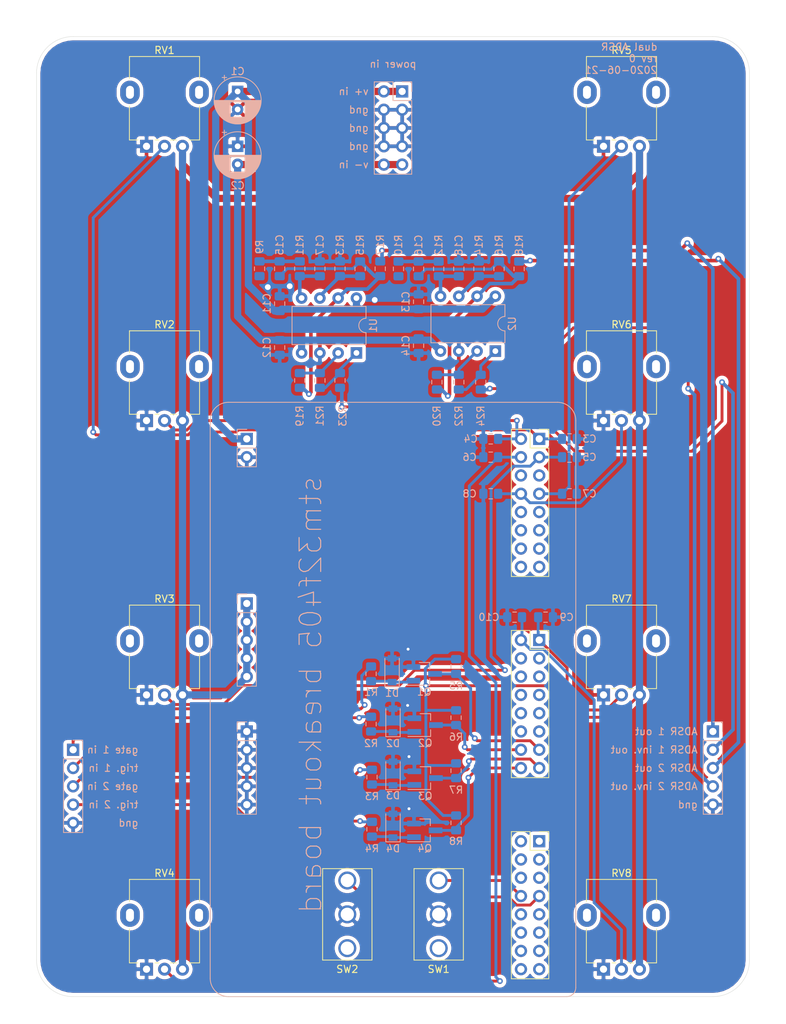
<source format=kicad_pcb>
(kicad_pcb (version 20171130) (host pcbnew 5.1.6-c6e7f7d~86~ubuntu18.04.1)
  (layers (0 F.Cu signal) (31 B.Cu signal) (34 B.Paste user) (35 F.Paste user) (36 B.SilkS user) (37 F.SilkS user) (38 B.Mask user) (39 F.Mask user) (44 Edge.Cuts user))
  (net 0 "")
  (net 1 GND)
  (net 2 +12V)
  (net 3 -12V)
  (net 4 /potentiometers/attack_1)
  (net 5 /potentiometers/decay_1)
  (net 6 /potentiometers/sustain_1)
  (net 7 /potentiometers/release_1)
  (net 8 /potentiometers/attack_2)
  (net 9 /potentiometers/decay_2)
  (net 10 /potentiometers/sustain_2)
  (net 11 /potentiometers/release_2)
  (net 12 "Net-(C15-Pad2)")
  (net 13 "Net-(C15-Pad1)")
  (net 14 "Net-(C16-Pad2)")
  (net 15 "Net-(C16-Pad1)")
  (net 16 "Net-(C17-Pad1)")
  (net 17 "Net-(C18-Pad1)")
  (net 18 "Net-(D1-Pad1)")
  (net 19 "Net-(D2-Pad1)")
  (net 20 "Net-(D3-Pad1)")
  (net 21 "Net-(D4-Pad1)")
  (net 22 /gate_and_trigger_inputs/trigger_in_2)
  (net 23 /gate_and_trigger_inputs/gate_in_2)
  (net 24 /gate_and_trigger_inputs/trigger_in_1)
  (net 25 /gate_and_trigger_inputs/gate_in_1)
  (net 26 /opamp_LPFs/ADSR_2_inv_out)
  (net 27 /opamp_LPFs/ADSR_2_out)
  (net 28 /opamp_LPFs/ADSR_1_inv_out)
  (net 29 /opamp_LPFs/ADSR_1_out)
  (net 30 +3V3)
  (net 31 "Net-(J7-Pad16)")
  (net 32 "Net-(J7-Pad15)")
  (net 33 "Net-(J7-Pad14)")
  (net 34 "Net-(J7-Pad13)")
  (net 35 "Net-(J7-Pad12)")
  (net 36 "Net-(J7-Pad11)")
  (net 37 "Net-(J7-Pad10)")
  (net 38 "Net-(J7-Pad9)")
  (net 39 /stm32_ports/raw_ADSR_2)
  (net 40 /stm32_ports/raw_ADSR_1)
  (net 41 /gate_and_trigger_inputs/inv_trigger_2)
  (net 42 /stm32_ports/gate_2)
  (net 43 /gate_and_trigger_inputs/inv_trigger_1)
  (net 44 /stm32_ports/gate_1)
  (net 45 "Net-(J8-Pad12)")
  (net 46 "Net-(J8-Pad11)")
  (net 47 "Net-(J8-Pad10)")
  (net 48 "Net-(J8-Pad9)")
  (net 49 "Net-(J8-Pad8)")
  (net 50 "Net-(J8-Pad7)")
  (net 51 "Net-(J8-Pad6)")
  (net 52 "Net-(J8-Pad5)")
  (net 53 "Net-(J8-Pad4)")
  (net 54 "Net-(J8-Pad3)")
  (net 55 "Net-(J9-Pad16)")
  (net 56 "Net-(J9-Pad15)")
  (net 57 "Net-(J9-Pad14)")
  (net 58 "Net-(J9-Pad13)")
  (net 59 "Net-(J9-Pad12)")
  (net 60 "Net-(J9-Pad11)")
  (net 61 "Net-(J9-Pad10)")
  (net 62 "Net-(J9-Pad9)")
  (net 63 /stm32_ports/range_2)
  (net 64 /stm32_ports/range_1)
  (net 65 "Net-(J9-Pad6)")
  (net 66 "Net-(J9-Pad5)")
  (net 67 "Net-(J9-Pad4)")
  (net 68 "Net-(J9-Pad3)")
  (net 69 "Net-(J9-Pad2)")
  (net 70 "Net-(J9-Pad1)")
  (net 71 /opamp_LPFs/raw_ADSR_1)
  (net 72 /opamp_LPFs/raw_ADSR_2)
  (net 73 "Net-(R13-Pad2)")
  (net 74 "Net-(R14-Pad2)")
  (net 75 "Net-(R19-Pad1)")
  (net 76 "Net-(R20-Pad1)")
  (net 77 "Net-(R21-Pad1)")
  (net 78 "Net-(R22-Pad1)")
  (net 79 "Net-(SW1-Pad3)")
  (net 80 "Net-(SW2-Pad3)")
  (module Package_TO_SOT_SMD:SOT-23_Handsoldering (layer B.Cu) (at 130.148 135.658)
    (fp_text reference Q4 (at 0 2.5) (layer B.SilkS) (effects (justify mirror)))
    (fp_text value MMBT3904)
    (pad 3 smd rect (at 1.5 0) (size 1.9 0.8) (layers B.Cu B.Paste B.Mask) (net 41 /gate_and_trigger_inputs/inv_trigger_2))
    (pad 2 smd rect (at -1.5 -0.95) (size 1.9 0.8) (layers B.Cu B.Paste B.Mask) (net 1 GND))
    (pad 1 smd rect (at -1.5 0.95) (size 1.9 0.8) (layers B.Cu B.Paste B.Mask) (net 21 "Net-(D4-Pad1)"))
  )
  (module Package_TO_SOT_SMD:SOT-23_Handsoldering (layer B.Cu) (at 130.199 128.397)
    (fp_text reference Q3 (at 0 2.5) (layer B.SilkS) (effects (justify mirror)))
    (fp_text value MMBT3904)
    (pad 3 smd rect (at 1.5 0) (size 1.9 0.8) (layers B.Cu B.Paste B.Mask) (net 42 /stm32_ports/gate_2))
    (pad 2 smd rect (at -1.5 -0.95) (size 1.9 0.8) (layers B.Cu B.Paste B.Mask) (net 1 GND))
    (pad 1 smd rect (at -1.5 0.95) (size 1.9 0.8) (layers B.Cu B.Paste B.Mask) (net 20 "Net-(D3-Pad1)"))
  )
  (module Package_TO_SOT_SMD:SOT-23_Handsoldering (layer B.Cu) (at 130.199 121.031)
    (fp_text reference Q2 (at 0 2.5) (layer B.SilkS) (effects (justify mirror)))
    (fp_text value MMBT3904)
    (pad 3 smd rect (at 1.5 0) (size 1.9 0.8) (layers B.Cu B.Paste B.Mask) (net 43 /gate_and_trigger_inputs/inv_trigger_1))
    (pad 2 smd rect (at -1.5 -0.95) (size 1.9 0.8) (layers B.Cu B.Paste B.Mask) (net 1 GND))
    (pad 1 smd rect (at -1.5 0.95) (size 1.9 0.8) (layers B.Cu B.Paste B.Mask) (net 19 "Net-(D2-Pad1)"))
  )
  (module Package_TO_SOT_SMD:SOT-23_Handsoldering (layer B.Cu) (at 130.072 113.919)
    (fp_text reference Q1 (at 0 2.5) (layer B.SilkS) (effects (justify mirror)))
    (fp_text value MMBT3904)
    (pad 3 smd rect (at 1.5 0) (size 1.9 0.8) (layers B.Cu B.Paste B.Mask) (net 44 /stm32_ports/gate_1))
    (pad 2 smd rect (at -1.5 -0.95) (size 1.9 0.8) (layers B.Cu B.Paste B.Mask) (net 1 GND))
    (pad 1 smd rect (at -1.5 0.95) (size 1.9 0.8) (layers B.Cu B.Paste B.Mask) (net 18 "Net-(D1-Pad1)"))
  )
  (module Package_DIP:DIP-8_W7.62mm (layer B.Cu) (at 139.954 69.088 90)
    (fp_text reference U2 (at 3.81 2.33 90) (layer B.SilkS) (effects (justify mirror)))
    (fp_text value TL072)
    (pad 8 thru_hole oval (at 7.62 0 90) (size 1.6 1.6) (drill 0.8) (layers *.Cu *.Mask) (net 2 +12V))
    (pad 4 thru_hole oval (at 0 -7.62 90) (size 1.6 1.6) (drill 0.8) (layers *.Cu *.Mask) (net 3 -12V))
    (pad 7 thru_hole oval (at 7.62 -2.54 90) (size 1.6 1.6) (drill 0.8) (layers *.Cu *.Mask) (net 15 "Net-(C16-Pad1)"))
    (pad 3 thru_hole oval (at 0 -5.08 90) (size 1.6 1.6) (drill 0.8) (layers *.Cu *.Mask) (net 1 GND))
    (pad 6 thru_hole oval (at 7.62 -5.08 90) (size 1.6 1.6) (drill 0.8) (layers *.Cu *.Mask) (net 74 "Net-(R14-Pad2)"))
    (pad 2 thru_hole oval (at 0 -2.54 90) (size 1.6 1.6) (drill 0.8) (layers *.Cu *.Mask) (net 76 "Net-(R20-Pad1)"))
    (pad 5 thru_hole oval (at 7.62 -7.62 90) (size 1.6 1.6) (drill 0.8) (layers *.Cu *.Mask) (net 17 "Net-(C18-Pad1)"))
    (pad 1 thru_hole rect (at 0 0 90) (size 1.6 1.6) (drill 0.8) (layers *.Cu *.Mask) (net 78 "Net-(R22-Pad1)"))
  )
  (module Package_DIP:DIP-8_W7.62mm (layer B.Cu) (at 120.65 69.342 90)
    (fp_text reference U1 (at 3.81 2.33 90) (layer B.SilkS) (effects (justify mirror)))
    (fp_text value TL072)
    (pad 8 thru_hole oval (at 7.62 0 90) (size 1.6 1.6) (drill 0.8) (layers *.Cu *.Mask) (net 2 +12V))
    (pad 4 thru_hole oval (at 0 -7.62 90) (size 1.6 1.6) (drill 0.8) (layers *.Cu *.Mask) (net 3 -12V))
    (pad 7 thru_hole oval (at 7.62 -2.54 90) (size 1.6 1.6) (drill 0.8) (layers *.Cu *.Mask) (net 13 "Net-(C15-Pad1)"))
    (pad 3 thru_hole oval (at 0 -5.08 90) (size 1.6 1.6) (drill 0.8) (layers *.Cu *.Mask) (net 1 GND))
    (pad 6 thru_hole oval (at 7.62 -5.08 90) (size 1.6 1.6) (drill 0.8) (layers *.Cu *.Mask) (net 73 "Net-(R13-Pad2)"))
    (pad 2 thru_hole oval (at 0 -2.54 90) (size 1.6 1.6) (drill 0.8) (layers *.Cu *.Mask) (net 75 "Net-(R19-Pad1)"))
    (pad 5 thru_hole oval (at 7.62 -7.62 90) (size 1.6 1.6) (drill 0.8) (layers *.Cu *.Mask) (net 16 "Net-(C17-Pad1)"))
    (pad 1 thru_hole rect (at 0 0 90) (size 1.6 1.6) (drill 0.8) (layers *.Cu *.Mask) (net 77 "Net-(R21-Pad1)"))
  )
  (module Resistor_SMD:R_0805_2012Metric_Pad1.15x1.40mm_HandSolder (layer B.Cu) (at 137.922 73.406 90)
    (fp_text reference R24 (at -4.699 0 90) (layer B.SilkS) (effects (justify mirror)))
    (fp_text value 1k)
    (pad 2 smd roundrect (at 1.025 0 90) (size 1.15 1.4) (layers B.Cu B.Paste B.Mask) (roundrect_rratio 0.217391) (net 78 "Net-(R22-Pad1)"))
    (pad 1 smd roundrect (at -1.025 0 90) (size 1.15 1.4) (layers B.Cu B.Paste B.Mask) (roundrect_rratio 0.217391) (net 26 /opamp_LPFs/ADSR_2_inv_out))
  )
  (module Resistor_SMD:R_0805_2012Metric_Pad1.15x1.40mm_HandSolder (layer B.Cu) (at 118.364 73.161 90)
    (fp_text reference R23 (at -4.944 0.381 90) (layer B.SilkS) (effects (justify mirror)))
    (fp_text value 1k)
    (pad 2 smd roundrect (at 1.025 0 90) (size 1.15 1.4) (layers B.Cu B.Paste B.Mask) (roundrect_rratio 0.217391) (net 77 "Net-(R21-Pad1)"))
    (pad 1 smd roundrect (at -1.025 0 90) (size 1.15 1.4) (layers B.Cu B.Paste B.Mask) (roundrect_rratio 0.217391) (net 28 /opamp_LPFs/ADSR_1_inv_out))
  )
  (module Resistor_SMD:R_0805_2012Metric_Pad1.15x1.40mm_HandSolder (layer B.Cu) (at 134.874 73.397 90)
    (fp_text reference R22 (at -4.708 0 90) (layer B.SilkS) (effects (justify mirror)))
    (fp_text value 100k)
    (pad 2 smd roundrect (at 1.025 0 90) (size 1.15 1.4) (layers B.Cu B.Paste B.Mask) (roundrect_rratio 0.217391) (net 76 "Net-(R20-Pad1)"))
    (pad 1 smd roundrect (at -1.025 0 90) (size 1.15 1.4) (layers B.Cu B.Paste B.Mask) (roundrect_rratio 0.217391) (net 78 "Net-(R22-Pad1)"))
  )
  (module Resistor_SMD:R_0805_2012Metric_Pad1.15x1.40mm_HandSolder (layer B.Cu) (at 115.57 73.161 90)
    (fp_text reference R21 (at -4.944 0 90) (layer B.SilkS) (effects (justify mirror)))
    (fp_text value 100k)
    (pad 2 smd roundrect (at 1.025 0 90) (size 1.15 1.4) (layers B.Cu B.Paste B.Mask) (roundrect_rratio 0.217391) (net 75 "Net-(R19-Pad1)"))
    (pad 1 smd roundrect (at -1.025 0 90) (size 1.15 1.4) (layers B.Cu B.Paste B.Mask) (roundrect_rratio 0.217391) (net 77 "Net-(R21-Pad1)"))
  )
  (module Resistor_SMD:R_0805_2012Metric_Pad1.15x1.40mm_HandSolder (layer B.Cu) (at 131.826 73.397 270)
    (fp_text reference R20 (at 4.708 0 90) (layer B.SilkS) (effects (justify mirror)))
    (fp_text value 100k)
    (pad 2 smd roundrect (at 1.025 0 270) (size 1.15 1.4) (layers B.Cu B.Paste B.Mask) (roundrect_rratio 0.217391) (net 15 "Net-(C16-Pad1)"))
    (pad 1 smd roundrect (at -1.025 0 270) (size 1.15 1.4) (layers B.Cu B.Paste B.Mask) (roundrect_rratio 0.217391) (net 76 "Net-(R20-Pad1)"))
  )
  (module Resistor_SMD:R_0805_2012Metric_Pad1.15x1.40mm_HandSolder (layer B.Cu) (at 112.776 73.161 270)
    (fp_text reference R19 (at 4.944 0 90) (layer B.SilkS) (effects (justify mirror)))
    (fp_text value 100k)
    (pad 2 smd roundrect (at 1.025 0 270) (size 1.15 1.4) (layers B.Cu B.Paste B.Mask) (roundrect_rratio 0.217391) (net 13 "Net-(C15-Pad1)"))
    (pad 1 smd roundrect (at -1.025 0 270) (size 1.15 1.4) (layers B.Cu B.Paste B.Mask) (roundrect_rratio 0.217391) (net 75 "Net-(R19-Pad1)"))
  )
  (module Resistor_SMD:R_0805_2012Metric_Pad1.15x1.40mm_HandSolder (layer B.Cu) (at 143.256 57.667 270)
    (fp_text reference R18 (at -3.311 0 90) (layer B.SilkS) (effects (justify mirror)))
    (fp_text value 1k)
    (pad 2 smd roundrect (at 1.025 0 270) (size 1.15 1.4) (layers B.Cu B.Paste B.Mask) (roundrect_rratio 0.217391) (net 15 "Net-(C16-Pad1)"))
    (pad 1 smd roundrect (at -1.025 0 270) (size 1.15 1.4) (layers B.Cu B.Paste B.Mask) (roundrect_rratio 0.217391) (net 27 /opamp_LPFs/ADSR_2_out))
  )
  (module Resistor_SMD:R_0805_2012Metric_Pad1.15x1.40mm_HandSolder (layer B.Cu) (at 123.952 57.649 270)
    (fp_text reference R17 (at -3.311 0 90) (layer B.SilkS) (effects (justify mirror)))
    (fp_text value 1k)
    (pad 2 smd roundrect (at 1.025 0 270) (size 1.15 1.4) (layers B.Cu B.Paste B.Mask) (roundrect_rratio 0.217391) (net 13 "Net-(C15-Pad1)"))
    (pad 1 smd roundrect (at -1.025 0 270) (size 1.15 1.4) (layers B.Cu B.Paste B.Mask) (roundrect_rratio 0.217391) (net 29 /opamp_LPFs/ADSR_1_out))
  )
  (module Resistor_SMD:R_0805_2012Metric_Pad1.15x1.40mm_HandSolder (layer B.Cu) (at 140.462 57.658 270)
    (fp_text reference R16 (at -3.302 0 90) (layer B.SilkS) (effects (justify mirror)))
    (fp_text value 68k)
    (pad 2 smd roundrect (at 1.025 0 270) (size 1.15 1.4) (layers B.Cu B.Paste B.Mask) (roundrect_rratio 0.217391) (net 74 "Net-(R14-Pad2)"))
    (pad 1 smd roundrect (at -1.025 0 270) (size 1.15 1.4) (layers B.Cu B.Paste B.Mask) (roundrect_rratio 0.217391) (net 15 "Net-(C16-Pad1)"))
  )
  (module Resistor_SMD:R_0805_2012Metric_Pad1.15x1.40mm_HandSolder (layer B.Cu) (at 121.158 57.658 270)
    (fp_text reference R15 (at -3.311 0 90) (layer B.SilkS) (effects (justify mirror)))
    (fp_text value 68k)
    (pad 2 smd roundrect (at 1.025 0 270) (size 1.15 1.4) (layers B.Cu B.Paste B.Mask) (roundrect_rratio 0.217391) (net 73 "Net-(R13-Pad2)"))
    (pad 1 smd roundrect (at -1.025 0 270) (size 1.15 1.4) (layers B.Cu B.Paste B.Mask) (roundrect_rratio 0.217391) (net 13 "Net-(C15-Pad1)"))
  )
  (module Resistor_SMD:R_0805_2012Metric_Pad1.15x1.40mm_HandSolder (layer B.Cu) (at 137.668 57.658 270)
    (fp_text reference R14 (at -3.302 0 90) (layer B.SilkS) (effects (justify mirror)))
    (fp_text value 33k)
    (pad 2 smd roundrect (at 1.025 0 270) (size 1.15 1.4) (layers B.Cu B.Paste B.Mask) (roundrect_rratio 0.217391) (net 74 "Net-(R14-Pad2)"))
    (pad 1 smd roundrect (at -1.025 0 270) (size 1.15 1.4) (layers B.Cu B.Paste B.Mask) (roundrect_rratio 0.217391) (net 1 GND))
  )
  (module Resistor_SMD:R_0805_2012Metric_Pad1.15x1.40mm_HandSolder (layer B.Cu) (at 118.364 57.649 270)
    (fp_text reference R13 (at -3.302 0 90) (layer B.SilkS) (effects (justify mirror)))
    (fp_text value 33k)
    (pad 2 smd roundrect (at 1.025 0 270) (size 1.15 1.4) (layers B.Cu B.Paste B.Mask) (roundrect_rratio 0.217391) (net 73 "Net-(R13-Pad2)"))
    (pad 1 smd roundrect (at -1.025 0 270) (size 1.15 1.4) (layers B.Cu B.Paste B.Mask) (roundrect_rratio 0.217391) (net 1 GND))
  )
  (module Resistor_SMD:R_0805_2012Metric_Pad1.15x1.40mm_HandSolder (layer B.Cu) (at 132.08 57.667 90)
    (fp_text reference R12 (at 3.311 0 90) (layer B.SilkS) (effects (justify mirror)))
    (fp_text value 200k)
    (pad 2 smd roundrect (at 1.025 0 90) (size 1.15 1.4) (layers B.Cu B.Paste B.Mask) (roundrect_rratio 0.217391) (net 14 "Net-(C16-Pad2)"))
    (pad 1 smd roundrect (at -1.025 0 90) (size 1.15 1.4) (layers B.Cu B.Paste B.Mask) (roundrect_rratio 0.217391) (net 17 "Net-(C18-Pad1)"))
  )
  (module Resistor_SMD:R_0805_2012Metric_Pad1.15x1.40mm_HandSolder (layer B.Cu) (at 112.776 57.649 90)
    (fp_text reference R11 (at 3.293 0 90) (layer B.SilkS) (effects (justify mirror)))
    (fp_text value 200k)
    (pad 2 smd roundrect (at 1.025 0 90) (size 1.15 1.4) (layers B.Cu B.Paste B.Mask) (roundrect_rratio 0.217391) (net 12 "Net-(C15-Pad2)"))
    (pad 1 smd roundrect (at -1.025 0 90) (size 1.15 1.4) (layers B.Cu B.Paste B.Mask) (roundrect_rratio 0.217391) (net 16 "Net-(C17-Pad1)"))
  )
  (module Resistor_SMD:R_0805_2012Metric_Pad1.15x1.40mm_HandSolder (layer B.Cu) (at 126.492 57.667 270)
    (fp_text reference R10 (at -3.311 0 90) (layer B.SilkS) (effects (justify mirror)))
    (fp_text value 50k)
    (pad 2 smd roundrect (at 1.025 0 270) (size 1.15 1.4) (layers B.Cu B.Paste B.Mask) (roundrect_rratio 0.217391) (net 72 /opamp_LPFs/raw_ADSR_2))
    (pad 1 smd roundrect (at -1.025 0 270) (size 1.15 1.4) (layers B.Cu B.Paste B.Mask) (roundrect_rratio 0.217391) (net 14 "Net-(C16-Pad2)"))
  )
  (module Resistor_SMD:R_0805_2012Metric_Pad1.15x1.40mm_HandSolder (layer B.Cu) (at 107.188 57.649 270)
    (fp_text reference R9 (at -3.039 0 90) (layer B.SilkS) (effects (justify mirror)))
    (fp_text value 50k)
    (pad 2 smd roundrect (at 1.025 0 270) (size 1.15 1.4) (layers B.Cu B.Paste B.Mask) (roundrect_rratio 0.217391) (net 71 /opamp_LPFs/raw_ADSR_1))
    (pad 1 smd roundrect (at -1.025 0 270) (size 1.15 1.4) (layers B.Cu B.Paste B.Mask) (roundrect_rratio 0.217391) (net 12 "Net-(C15-Pad2)"))
  )
  (module Resistor_SMD:R_0805_2012Metric_Pad1.15x1.40mm_HandSolder (layer B.Cu) (at 134.493 134.611 90)
    (fp_text reference R8 (at -2.549 0 180) (layer B.SilkS) (effects (justify mirror)))
    (fp_text value 10k)
    (pad 2 smd roundrect (at 1.025 0 90) (size 1.15 1.4) (layers B.Cu B.Paste B.Mask) (roundrect_rratio 0.217391) (net 30 +3V3))
    (pad 1 smd roundrect (at -1.025 0 90) (size 1.15 1.4) (layers B.Cu B.Paste B.Mask) (roundrect_rratio 0.217391) (net 41 /gate_and_trigger_inputs/inv_trigger_2))
  )
  (module Resistor_SMD:R_0805_2012Metric_Pad1.15x1.40mm_HandSolder (layer B.Cu) (at 134.493 127.372 90)
    (fp_text reference R7 (at -2.676 0 180) (layer B.SilkS) (effects (justify mirror)))
    (fp_text value 10k)
    (pad 2 smd roundrect (at 1.025 0 90) (size 1.15 1.4) (layers B.Cu B.Paste B.Mask) (roundrect_rratio 0.217391) (net 30 +3V3))
    (pad 1 smd roundrect (at -1.025 0 90) (size 1.15 1.4) (layers B.Cu B.Paste B.Mask) (roundrect_rratio 0.217391) (net 42 /stm32_ports/gate_2))
  )
  (module Resistor_SMD:R_0805_2012Metric_Pad1.15x1.40mm_HandSolder (layer B.Cu) (at 134.493 120.006 90)
    (fp_text reference R6 (at -2.676 0 180) (layer B.SilkS) (effects (justify mirror)))
    (fp_text value 10k)
    (pad 2 smd roundrect (at 1.025 0 90) (size 1.15 1.4) (layers B.Cu B.Paste B.Mask) (roundrect_rratio 0.217391) (net 30 +3V3))
    (pad 1 smd roundrect (at -1.025 0 90) (size 1.15 1.4) (layers B.Cu B.Paste B.Mask) (roundrect_rratio 0.217391) (net 43 /gate_and_trigger_inputs/inv_trigger_1))
  )
  (module Resistor_SMD:R_0805_2012Metric_Pad1.15x1.40mm_HandSolder (layer B.Cu) (at 134.493 112.894 90)
    (fp_text reference R5 (at -2.676 0 180) (layer B.SilkS) (effects (justify mirror)))
    (fp_text value 10k)
    (pad 2 smd roundrect (at 1.025 0 90) (size 1.15 1.4) (layers B.Cu B.Paste B.Mask) (roundrect_rratio 0.217391) (net 30 +3V3))
    (pad 1 smd roundrect (at -1.025 0 90) (size 1.15 1.4) (layers B.Cu B.Paste B.Mask) (roundrect_rratio 0.217391) (net 44 /stm32_ports/gate_1))
  )
  (module Resistor_SMD:R_0805_2012Metric_Pad1.15x1.40mm_HandSolder (layer B.Cu) (at 122.809 135.5 90)
    (fp_text reference R4 (at -2.676 0 180) (layer B.SilkS) (effects (justify mirror)))
    (fp_text value 100k)
    (pad 2 smd roundrect (at 1.025 0 90) (size 1.15 1.4) (layers B.Cu B.Paste B.Mask) (roundrect_rratio 0.217391) (net 22 /gate_and_trigger_inputs/trigger_in_2))
    (pad 1 smd roundrect (at -1.025 0 90) (size 1.15 1.4) (layers B.Cu B.Paste B.Mask) (roundrect_rratio 0.217391) (net 21 "Net-(D4-Pad1)"))
  )
  (module Resistor_SMD:R_0805_2012Metric_Pad1.15x1.40mm_HandSolder (layer B.Cu) (at 122.809 128.261 90)
    (fp_text reference R3 (at -2.676 0 180) (layer B.SilkS) (effects (justify mirror)))
    (fp_text value 100k)
    (pad 2 smd roundrect (at 1.025 0 90) (size 1.15 1.4) (layers B.Cu B.Paste B.Mask) (roundrect_rratio 0.217391) (net 23 /gate_and_trigger_inputs/gate_in_2))
    (pad 1 smd roundrect (at -1.025 0 90) (size 1.15 1.4) (layers B.Cu B.Paste B.Mask) (roundrect_rratio 0.217391) (net 20 "Net-(D3-Pad1)"))
  )
  (module Resistor_SMD:R_0805_2012Metric_Pad1.15x1.40mm_HandSolder (layer B.Cu) (at 122.682 120.895 90)
    (fp_text reference R2 (at -2.667 0 180) (layer B.SilkS) (effects (justify mirror)))
    (fp_text value 100k)
    (pad 2 smd roundrect (at 1.025 0 90) (size 1.15 1.4) (layers B.Cu B.Paste B.Mask) (roundrect_rratio 0.217391) (net 24 /gate_and_trigger_inputs/trigger_in_1))
    (pad 1 smd roundrect (at -1.025 0 90) (size 1.15 1.4) (layers B.Cu B.Paste B.Mask) (roundrect_rratio 0.217391) (net 19 "Net-(D2-Pad1)"))
  )
  (module Resistor_SMD:R_0805_2012Metric_Pad1.15x1.40mm_HandSolder (layer B.Cu) (at 122.682 113.91 90)
    (fp_text reference R1 (at -2.549 0 180) (layer B.SilkS) (effects (justify mirror)))
    (fp_text value 100k)
    (pad 2 smd roundrect (at 1.025 0 90) (size 1.15 1.4) (layers B.Cu B.Paste B.Mask) (roundrect_rratio 0.217391) (net 25 /gate_and_trigger_inputs/gate_in_1))
    (pad 1 smd roundrect (at -1.025 0 90) (size 1.15 1.4) (layers B.Cu B.Paste B.Mask) (roundrect_rratio 0.217391) (net 18 "Net-(D1-Pad1)"))
  )
  (module Diode_SMD:D_SOD-123 (layer B.Cu) (at 125.73 135.002 90)
    (fp_text reference D4 (at -3.174 0 180) (layer B.SilkS) (effects (justify mirror)))
    (fp_text value 1N4148W)
    (pad 2 smd rect (at 1.65 0 90) (size 0.9 1.2) (layers B.Cu B.Paste B.Mask) (net 1 GND))
    (pad 1 smd rect (at -1.65 0 90) (size 0.9 1.2) (layers B.Cu B.Paste B.Mask) (net 21 "Net-(D4-Pad1)"))
  )
  (module Diode_SMD:D_SOD-123 (layer B.Cu) (at 125.73 127.763 90)
    (fp_text reference D3 (at -3.048 0 180) (layer B.SilkS) (effects (justify mirror)))
    (fp_text value 1N4148W)
    (pad 2 smd rect (at 1.65 0 90) (size 0.9 1.2) (layers B.Cu B.Paste B.Mask) (net 1 GND))
    (pad 1 smd rect (at -1.65 0 90) (size 0.9 1.2) (layers B.Cu B.Paste B.Mask) (net 20 "Net-(D3-Pad1)"))
  )
  (module Diode_SMD:D_SOD-123 (layer B.Cu) (at 125.73 120.397 90)
    (fp_text reference D2 (at -3.175 0 180) (layer B.SilkS) (effects (justify mirror)))
    (fp_text value 1N4148W)
    (pad 2 smd rect (at 1.65 0 90) (size 0.9 1.2) (layers B.Cu B.Paste B.Mask) (net 1 GND))
    (pad 1 smd rect (at -1.65 0 90) (size 0.9 1.2) (layers B.Cu B.Paste B.Mask) (net 19 "Net-(D2-Pad1)"))
  )
  (module Diode_SMD:D_SOD-123 (layer B.Cu) (at 125.603 113.412 90)
    (fp_text reference D1 (at -3.174 0 180) (layer B.SilkS) (effects (justify mirror)))
    (fp_text value 1N4148W)
    (pad 2 smd rect (at 1.65 0 90) (size 0.9 1.2) (layers B.Cu B.Paste B.Mask) (net 1 GND))
    (pad 1 smd rect (at -1.65 0 90) (size 0.9 1.2) (layers B.Cu B.Paste B.Mask) (net 18 "Net-(D1-Pad1)"))
  )
  (module Capacitor_SMD:C_0805_2012Metric_Pad1.15x1.40mm_HandSolder (layer B.Cu) (at 134.874 57.667 90)
    (fp_text reference C18 (at 3.293 0 90) (layer B.SilkS) (effects (justify mirror)))
    (fp_text value 2n2)
    (pad 2 smd roundrect (at 1.025 0 90) (size 1.15 1.4) (layers B.Cu B.Paste B.Mask) (roundrect_rratio 0.217391) (net 1 GND))
    (pad 1 smd roundrect (at -1.025 0 90) (size 1.15 1.4) (layers B.Cu B.Paste B.Mask) (roundrect_rratio 0.217391) (net 17 "Net-(C18-Pad1)"))
  )
  (module Capacitor_SMD:C_0805_2012Metric_Pad1.15x1.40mm_HandSolder (layer B.Cu) (at 115.57 57.658 90)
    (fp_text reference C17 (at 3.311 0 90) (layer B.SilkS) (effects (justify mirror)))
    (fp_text value 2n2)
    (pad 2 smd roundrect (at 1.025 0 90) (size 1.15 1.4) (layers B.Cu B.Paste B.Mask) (roundrect_rratio 0.217391) (net 1 GND))
    (pad 1 smd roundrect (at -1.025 0 90) (size 1.15 1.4) (layers B.Cu B.Paste B.Mask) (roundrect_rratio 0.217391) (net 16 "Net-(C17-Pad1)"))
  )
  (module Capacitor_SMD:C_0805_2012Metric_Pad1.15x1.40mm_HandSolder (layer B.Cu) (at 129.286 57.667 90)
    (fp_text reference C16 (at 3.293 0 90) (layer B.SilkS) (effects (justify mirror)))
    (fp_text value 2n2)
    (pad 2 smd roundrect (at 1.025 0 90) (size 1.15 1.4) (layers B.Cu B.Paste B.Mask) (roundrect_rratio 0.217391) (net 14 "Net-(C16-Pad2)"))
    (pad 1 smd roundrect (at -1.025 0 90) (size 1.15 1.4) (layers B.Cu B.Paste B.Mask) (roundrect_rratio 0.217391) (net 15 "Net-(C16-Pad1)"))
  )
  (module Capacitor_SMD:C_0805_2012Metric_Pad1.15x1.40mm_HandSolder (layer B.Cu) (at 109.982 57.649 90)
    (fp_text reference C15 (at 3.311 0 90) (layer B.SilkS) (effects (justify mirror)))
    (fp_text value 2n2)
    (pad 2 smd roundrect (at 1.025 0 90) (size 1.15 1.4) (layers B.Cu B.Paste B.Mask) (roundrect_rratio 0.217391) (net 12 "Net-(C15-Pad2)"))
    (pad 1 smd roundrect (at -1.025 0 90) (size 1.15 1.4) (layers B.Cu B.Paste B.Mask) (roundrect_rratio 0.217391) (net 13 "Net-(C15-Pad1)"))
  )
  (module Capacitor_SMD:C_0805_2012Metric_Pad1.15x1.40mm_HandSolder (layer B.Cu) (at 129.286 68.335 90)
    (fp_text reference C14 (at 0.009 -1.778 90) (layer B.SilkS) (effects (justify mirror)))
    (fp_text value 100nF)
    (pad 2 smd roundrect (at 1.025 0 90) (size 1.15 1.4) (layers B.Cu B.Paste B.Mask) (roundrect_rratio 0.217391) (net 3 -12V))
    (pad 1 smd roundrect (at -1.025 0 90) (size 1.15 1.4) (layers B.Cu B.Paste B.Mask) (roundrect_rratio 0.217391) (net 1 GND))
  )
  (module Capacitor_SMD:C_0805_2012Metric_Pad1.15x1.40mm_HandSolder (layer B.Cu) (at 129.286 62.23 90)
    (fp_text reference C13 (at 0 -1.778 90) (layer B.SilkS) (effects (justify mirror)))
    (fp_text value 100nF)
    (pad 2 smd roundrect (at 1.025 0 90) (size 1.15 1.4) (layers B.Cu B.Paste B.Mask) (roundrect_rratio 0.217391) (net 1 GND))
    (pad 1 smd roundrect (at -1.025 0 90) (size 1.15 1.4) (layers B.Cu B.Paste B.Mask) (roundrect_rratio 0.217391) (net 2 +12V))
  )
  (module Capacitor_SMD:C_0805_2012Metric_Pad1.15x1.40mm_HandSolder (layer B.Cu) (at 109.982 68.589 90)
    (fp_text reference C12 (at 0.009 -1.778 90) (layer B.SilkS) (effects (justify mirror)))
    (fp_text value 100nF)
    (pad 2 smd roundrect (at 1.025 0 90) (size 1.15 1.4) (layers B.Cu B.Paste B.Mask) (roundrect_rratio 0.217391) (net 3 -12V))
    (pad 1 smd roundrect (at -1.025 0 90) (size 1.15 1.4) (layers B.Cu B.Paste B.Mask) (roundrect_rratio 0.217391) (net 1 GND))
  )
  (module Capacitor_SMD:C_0805_2012Metric_Pad1.15x1.40mm_HandSolder (layer B.Cu) (at 109.982 62.493 90)
    (fp_text reference C11 (at -0.009 -1.778 90) (layer B.SilkS) (effects (justify mirror)))
    (fp_text value 100nF)
    (pad 2 smd roundrect (at 1.025 0 90) (size 1.15 1.4) (layers B.Cu B.Paste B.Mask) (roundrect_rratio 0.217391) (net 1 GND))
    (pad 1 smd roundrect (at -1.025 0 90) (size 1.15 1.4) (layers B.Cu B.Paste B.Mask) (roundrect_rratio 0.217391) (net 2 +12V))
  )
  (module Capacitor_SMD:C_0805_2012Metric_Pad1.15x1.40mm_HandSolder (layer B.Cu) (at 142.63 106.045 180)
    (fp_text reference C10 (at 3.565 0) (layer B.SilkS) (effects (justify mirror)))
    (fp_text value 100nF)
    (pad 2 smd roundrect (at 1.025 0 180) (size 1.15 1.4) (layers B.Cu B.Paste B.Mask) (roundrect_rratio 0.217391) (net 1 GND))
    (pad 1 smd roundrect (at -1.025 0 180) (size 1.15 1.4) (layers B.Cu B.Paste B.Mask) (roundrect_rratio 0.217391) (net 11 /potentiometers/release_2))
  )
  (module Capacitor_SMD:C_0805_2012Metric_Pad1.15x1.40mm_HandSolder (layer B.Cu) (at 146.93 106.045)
    (fp_text reference C9 (at 2.93 0) (layer B.SilkS) (effects (justify mirror)))
    (fp_text value 100nF)
    (pad 2 smd roundrect (at 1.025 0) (size 1.15 1.4) (layers B.Cu B.Paste B.Mask) (roundrect_rratio 0.217391) (net 1 GND))
    (pad 1 smd roundrect (at -1.025 0) (size 1.15 1.4) (layers B.Cu B.Paste B.Mask) (roundrect_rratio 0.217391) (net 10 /potentiometers/sustain_2))
  )
  (module Capacitor_SMD:C_0805_2012Metric_Pad1.15x1.40mm_HandSolder (layer B.Cu) (at 139.31 88.9 180)
    (fp_text reference C8 (at 2.93 0) (layer B.SilkS) (effects (justify mirror)))
    (fp_text value 100nF)
    (pad 2 smd roundrect (at 1.025 0 180) (size 1.15 1.4) (layers B.Cu B.Paste B.Mask) (roundrect_rratio 0.217391) (net 1 GND))
    (pad 1 smd roundrect (at -1.025 0 180) (size 1.15 1.4) (layers B.Cu B.Paste B.Mask) (roundrect_rratio 0.217391) (net 9 /potentiometers/decay_2))
  )
  (module Capacitor_SMD:C_0805_2012Metric_Pad1.15x1.40mm_HandSolder (layer B.Cu) (at 150.25 88.9)
    (fp_text reference C7 (at 2.785 0) (layer B.SilkS) (effects (justify mirror)))
    (fp_text value 100nF)
    (pad 2 smd roundrect (at 1.025 0) (size 1.15 1.4) (layers B.Cu B.Paste B.Mask) (roundrect_rratio 0.217391) (net 1 GND))
    (pad 1 smd roundrect (at -1.025 0) (size 1.15 1.4) (layers B.Cu B.Paste B.Mask) (roundrect_rratio 0.217391) (net 8 /potentiometers/attack_2))
  )
  (module Capacitor_SMD:C_0805_2012Metric_Pad1.15x1.40mm_HandSolder (layer B.Cu) (at 139.31 83.82 180)
    (fp_text reference C6 (at 2.93 0) (layer B.SilkS) (effects (justify mirror)))
    (fp_text value 100nF)
    (pad 2 smd roundrect (at 1.025 0 180) (size 1.15 1.4) (layers B.Cu B.Paste B.Mask) (roundrect_rratio 0.217391) (net 1 GND))
    (pad 1 smd roundrect (at -1.025 0 180) (size 1.15 1.4) (layers B.Cu B.Paste B.Mask) (roundrect_rratio 0.217391) (net 7 /potentiometers/release_1))
  )
  (module Capacitor_SMD:C_0805_2012Metric_Pad1.15x1.40mm_HandSolder (layer B.Cu) (at 150.25 83.82)
    (fp_text reference C5 (at 2.785 0) (layer B.SilkS) (effects (justify mirror)))
    (fp_text value 100nF)
    (pad 2 smd roundrect (at 1.025 0) (size 1.15 1.4) (layers B.Cu B.Paste B.Mask) (roundrect_rratio 0.217391) (net 1 GND))
    (pad 1 smd roundrect (at -1.025 0) (size 1.15 1.4) (layers B.Cu B.Paste B.Mask) (roundrect_rratio 0.217391) (net 6 /potentiometers/sustain_1))
  )
  (module Capacitor_SMD:C_0805_2012Metric_Pad1.15x1.40mm_HandSolder (layer B.Cu) (at 139.31 81.28 180)
    (fp_text reference C4 (at 2.785 0) (layer B.SilkS) (effects (justify mirror)))
    (fp_text value 100nF)
    (pad 2 smd roundrect (at 1.025 0 180) (size 1.15 1.4) (layers B.Cu B.Paste B.Mask) (roundrect_rratio 0.217391) (net 1 GND))
    (pad 1 smd roundrect (at -1.025 0 180) (size 1.15 1.4) (layers B.Cu B.Paste B.Mask) (roundrect_rratio 0.217391) (net 5 /potentiometers/decay_1))
  )
  (module Capacitor_SMD:C_0805_2012Metric_Pad1.15x1.40mm_HandSolder (layer B.Cu) (at 150.25 81.28)
    (fp_text reference C3 (at 2.785 0) (layer B.SilkS) (effects (justify mirror)))
    (fp_text value 100nF)
    (pad 2 smd roundrect (at 1.025 0) (size 1.15 1.4) (layers B.Cu B.Paste B.Mask) (roundrect_rratio 0.217391) (net 1 GND))
    (pad 1 smd roundrect (at -1.025 0) (size 1.15 1.4) (layers B.Cu B.Paste B.Mask) (roundrect_rratio 0.217391) (net 4 /potentiometers/attack_1))
  )
  (module Connector_PinSocket_2.54mm:PinSocket_2x08_P2.54mm_Vertical (layer F.Cu) (at 146.05 137.16)
    (fp_text reference J9 hide)
    (fp_text value port_C)
    (pad 16 thru_hole oval (at -2.54 17.78) (size 1.7 1.7) (drill 1) (layers *.Cu *.Mask) (net 55 "Net-(J9-Pad16)"))
    (pad 15 thru_hole oval (at 0 17.78) (size 1.7 1.7) (drill 1) (layers *.Cu *.Mask) (net 56 "Net-(J9-Pad15)"))
    (pad 14 thru_hole oval (at -2.54 15.24) (size 1.7 1.7) (drill 1) (layers *.Cu *.Mask) (net 57 "Net-(J9-Pad14)"))
    (pad 13 thru_hole oval (at 0 15.24) (size 1.7 1.7) (drill 1) (layers *.Cu *.Mask) (net 58 "Net-(J9-Pad13)"))
    (pad 12 thru_hole oval (at -2.54 12.7) (size 1.7 1.7) (drill 1) (layers *.Cu *.Mask) (net 59 "Net-(J9-Pad12)"))
    (pad 11 thru_hole oval (at 0 12.7) (size 1.7 1.7) (drill 1) (layers *.Cu *.Mask) (net 60 "Net-(J9-Pad11)"))
    (pad 10 thru_hole oval (at -2.54 10.16) (size 1.7 1.7) (drill 1) (layers *.Cu *.Mask) (net 61 "Net-(J9-Pad10)"))
    (pad 9 thru_hole oval (at 0 10.16) (size 1.7 1.7) (drill 1) (layers *.Cu *.Mask) (net 62 "Net-(J9-Pad9)"))
    (pad 8 thru_hole oval (at -2.54 7.62) (size 1.7 1.7) (drill 1) (layers *.Cu *.Mask) (net 63 /stm32_ports/range_2))
    (pad 7 thru_hole oval (at 0 7.62) (size 1.7 1.7) (drill 1) (layers *.Cu *.Mask) (net 64 /stm32_ports/range_1))
    (pad 6 thru_hole oval (at -2.54 5.08) (size 1.7 1.7) (drill 1) (layers *.Cu *.Mask) (net 65 "Net-(J9-Pad6)"))
    (pad 5 thru_hole oval (at 0 5.08) (size 1.7 1.7) (drill 1) (layers *.Cu *.Mask) (net 66 "Net-(J9-Pad5)"))
    (pad 4 thru_hole oval (at -2.54 2.54) (size 1.7 1.7) (drill 1) (layers *.Cu *.Mask) (net 67 "Net-(J9-Pad4)"))
    (pad 3 thru_hole oval (at 0 2.54) (size 1.7 1.7) (drill 1) (layers *.Cu *.Mask) (net 68 "Net-(J9-Pad3)"))
    (pad 2 thru_hole oval (at -2.54 0) (size 1.7 1.7) (drill 1) (layers *.Cu *.Mask) (net 69 "Net-(J9-Pad2)"))
    (pad 1 thru_hole rect (at 0 0) (size 1.7 1.7) (drill 1) (layers *.Cu *.Mask) (net 70 "Net-(J9-Pad1)"))
  )
  (module Connector_PinSocket_2.54mm:PinSocket_2x08_P2.54mm_Vertical (layer F.Cu) (at 146.05 109.22)
    (fp_text reference J8 hide)
    (fp_text value port_B)
    (pad 16 thru_hole oval (at -2.54 17.78) (size 1.7 1.7) (drill 1) (layers *.Cu *.Mask) (net 41 /gate_and_trigger_inputs/inv_trigger_2))
    (pad 15 thru_hole oval (at 0 17.78) (size 1.7 1.7) (drill 1) (layers *.Cu *.Mask) (net 42 /stm32_ports/gate_2))
    (pad 14 thru_hole oval (at -2.54 15.24) (size 1.7 1.7) (drill 1) (layers *.Cu *.Mask) (net 43 /gate_and_trigger_inputs/inv_trigger_1))
    (pad 13 thru_hole oval (at 0 15.24) (size 1.7 1.7) (drill 1) (layers *.Cu *.Mask) (net 44 /stm32_ports/gate_1))
    (pad 12 thru_hole oval (at -2.54 12.7) (size 1.7 1.7) (drill 1) (layers *.Cu *.Mask) (net 45 "Net-(J8-Pad12)"))
    (pad 11 thru_hole oval (at 0 12.7) (size 1.7 1.7) (drill 1) (layers *.Cu *.Mask) (net 46 "Net-(J8-Pad11)"))
    (pad 10 thru_hole oval (at -2.54 10.16) (size 1.7 1.7) (drill 1) (layers *.Cu *.Mask) (net 47 "Net-(J8-Pad10)"))
    (pad 9 thru_hole oval (at 0 10.16) (size 1.7 1.7) (drill 1) (layers *.Cu *.Mask) (net 48 "Net-(J8-Pad9)"))
    (pad 8 thru_hole oval (at -2.54 7.62) (size 1.7 1.7) (drill 1) (layers *.Cu *.Mask) (net 49 "Net-(J8-Pad8)"))
    (pad 7 thru_hole oval (at 0 7.62) (size 1.7 1.7) (drill 1) (layers *.Cu *.Mask) (net 50 "Net-(J8-Pad7)"))
    (pad 6 thru_hole oval (at -2.54 5.08) (size 1.7 1.7) (drill 1) (layers *.Cu *.Mask) (net 51 "Net-(J8-Pad6)"))
    (pad 5 thru_hole oval (at 0 5.08) (size 1.7 1.7) (drill 1) (layers *.Cu *.Mask) (net 52 "Net-(J8-Pad5)"))
    (pad 4 thru_hole oval (at -2.54 2.54) (size 1.7 1.7) (drill 1) (layers *.Cu *.Mask) (net 53 "Net-(J8-Pad4)"))
    (pad 3 thru_hole oval (at 0 2.54) (size 1.7 1.7) (drill 1) (layers *.Cu *.Mask) (net 54 "Net-(J8-Pad3)"))
    (pad 2 thru_hole oval (at -2.54 0) (size 1.7 1.7) (drill 1) (layers *.Cu *.Mask) (net 11 /potentiometers/release_2))
    (pad 1 thru_hole rect (at 0 0) (size 1.7 1.7) (drill 1) (layers *.Cu *.Mask) (net 10 /potentiometers/sustain_2))
  )
  (module Connector_PinSocket_2.54mm:PinSocket_2x08_P2.54mm_Vertical (layer F.Cu) (at 146.05 81.28)
    (fp_text reference J7 hide)
    (fp_text value port_A)
    (pad 16 thru_hole oval (at -2.54 17.78) (size 1.7 1.7) (drill 1) (layers *.Cu *.Mask) (net 31 "Net-(J7-Pad16)"))
    (pad 15 thru_hole oval (at 0 17.78) (size 1.7 1.7) (drill 1) (layers *.Cu *.Mask) (net 32 "Net-(J7-Pad15)"))
    (pad 14 thru_hole oval (at -2.54 15.24) (size 1.7 1.7) (drill 1) (layers *.Cu *.Mask) (net 33 "Net-(J7-Pad14)"))
    (pad 13 thru_hole oval (at 0 15.24) (size 1.7 1.7) (drill 1) (layers *.Cu *.Mask) (net 34 "Net-(J7-Pad13)"))
    (pad 12 thru_hole oval (at -2.54 12.7) (size 1.7 1.7) (drill 1) (layers *.Cu *.Mask) (net 35 "Net-(J7-Pad12)"))
    (pad 11 thru_hole oval (at 0 12.7) (size 1.7 1.7) (drill 1) (layers *.Cu *.Mask) (net 36 "Net-(J7-Pad11)"))
    (pad 10 thru_hole oval (at -2.54 10.16) (size 1.7 1.7) (drill 1) (layers *.Cu *.Mask) (net 37 "Net-(J7-Pad10)"))
    (pad 9 thru_hole oval (at 0 10.16) (size 1.7 1.7) (drill 1) (layers *.Cu *.Mask) (net 38 "Net-(J7-Pad9)"))
    (pad 8 thru_hole oval (at -2.54 7.62) (size 1.7 1.7) (drill 1) (layers *.Cu *.Mask) (net 9 /potentiometers/decay_2))
    (pad 7 thru_hole oval (at 0 7.62) (size 1.7 1.7) (drill 1) (layers *.Cu *.Mask) (net 8 /potentiometers/attack_2))
    (pad 6 thru_hole oval (at -2.54 5.08) (size 1.7 1.7) (drill 1) (layers *.Cu *.Mask) (net 39 /stm32_ports/raw_ADSR_2))
    (pad 5 thru_hole oval (at 0 5.08) (size 1.7 1.7) (drill 1) (layers *.Cu *.Mask) (net 40 /stm32_ports/raw_ADSR_1))
    (pad 4 thru_hole oval (at -2.54 2.54) (size 1.7 1.7) (drill 1) (layers *.Cu *.Mask) (net 7 /potentiometers/release_1))
    (pad 3 thru_hole oval (at 0 2.54) (size 1.7 1.7) (drill 1) (layers *.Cu *.Mask) (net 6 /potentiometers/sustain_1))
    (pad 2 thru_hole oval (at -2.54 0) (size 1.7 1.7) (drill 1) (layers *.Cu *.Mask) (net 5 /potentiometers/decay_1))
    (pad 1 thru_hole rect (at 0 0) (size 1.7 1.7) (drill 1) (layers *.Cu *.Mask) (net 4 /potentiometers/attack_1))
  )
  (module dual_ADSR:SPDT_on_on (layer F.Cu) (at 119.38 147.32)
    (fp_text reference SW2 (at 0 7.62) (layer F.SilkS))
    (fp_text value range_switch_1)
    (pad 3 thru_hole circle (at 0 4.7) (size 2.5 2.5) (drill 1.85) (layers *.Cu *.Mask) (net 80 "Net-(SW2-Pad3)"))
    (pad 2 thru_hole circle (at 0 0) (size 2.5 2.5) (drill 1.85) (layers *.Cu *.Mask) (net 1 GND))
    (pad 1 thru_hole circle (at 0 -4.7) (size 2.5 2.5) (drill 1.85) (layers *.Cu *.Mask) (net 64 /stm32_ports/range_1))
  )
  (module dual_ADSR:SPDT_on_on (layer F.Cu) (at 132.08 147.32)
    (fp_text reference SW1 (at 0 7.62) (layer F.SilkS))
    (fp_text value range_switch_2)
    (pad 3 thru_hole circle (at 0 4.7) (size 2.5 2.5) (drill 1.85) (layers *.Cu *.Mask) (net 79 "Net-(SW1-Pad3)"))
    (pad 2 thru_hole circle (at 0 0) (size 2.5 2.5) (drill 1.85) (layers *.Cu *.Mask) (net 1 GND))
    (pad 1 thru_hole circle (at 0 -4.7) (size 2.5 2.5) (drill 1.85) (layers *.Cu *.Mask) (net 63 /stm32_ports/range_2))
  )
  (module Potentiometer_THT:Potentiometer_Alpha_RD901F-40-00D_Single_Vertical (layer F.Cu) (at 154.98 154.94 90)
    (fp_text reference RV8 (at 13.335 2.5) (layer F.SilkS))
    (fp_text value 10k)
    (pad "" thru_hole oval (at 7.5 -2.3 180) (size 2.72 3.24) (drill oval 1.1 1.8) (layers *.Cu *.Mask))
    (pad "" thru_hole oval (at 7.5 7.3 180) (size 2.72 3.24) (drill oval 1.1 1.8) (layers *.Cu *.Mask))
    (pad 3 thru_hole circle (at 0 5 180) (size 1.8 1.8) (drill 1) (layers *.Cu *.Mask) (net 30 +3V3))
    (pad 2 thru_hole circle (at 0 2.5 180) (size 1.8 1.8) (drill 1) (layers *.Cu *.Mask) (net 11 /potentiometers/release_2))
    (pad 1 thru_hole rect (at 0 0 180) (size 1.8 1.8) (drill 1) (layers *.Cu *.Mask) (net 1 GND))
  )
  (module Potentiometer_THT:Potentiometer_Alpha_RD901F-40-00D_Single_Vertical (layer F.Cu) (at 154.98 116.84 90)
    (fp_text reference RV7 (at 13.335 2.5) (layer F.SilkS))
    (fp_text value 10k)
    (pad "" thru_hole oval (at 7.5 -2.3 180) (size 2.72 3.24) (drill oval 1.1 1.8) (layers *.Cu *.Mask))
    (pad "" thru_hole oval (at 7.5 7.3 180) (size 2.72 3.24) (drill oval 1.1 1.8) (layers *.Cu *.Mask))
    (pad 3 thru_hole circle (at 0 5 180) (size 1.8 1.8) (drill 1) (layers *.Cu *.Mask) (net 30 +3V3))
    (pad 2 thru_hole circle (at 0 2.5 180) (size 1.8 1.8) (drill 1) (layers *.Cu *.Mask) (net 10 /potentiometers/sustain_2))
    (pad 1 thru_hole rect (at 0 0 180) (size 1.8 1.8) (drill 1) (layers *.Cu *.Mask) (net 1 GND))
  )
  (module Potentiometer_THT:Potentiometer_Alpha_RD901F-40-00D_Single_Vertical (layer F.Cu) (at 154.98 78.74 90)
    (fp_text reference RV6 (at 13.335 2.5) (layer F.SilkS))
    (fp_text value 10k)
    (pad "" thru_hole oval (at 7.5 -2.3 180) (size 2.72 3.24) (drill oval 1.1 1.8) (layers *.Cu *.Mask))
    (pad "" thru_hole oval (at 7.5 7.3 180) (size 2.72 3.24) (drill oval 1.1 1.8) (layers *.Cu *.Mask))
    (pad 3 thru_hole circle (at 0 5 180) (size 1.8 1.8) (drill 1) (layers *.Cu *.Mask) (net 30 +3V3))
    (pad 2 thru_hole circle (at 0 2.5 180) (size 1.8 1.8) (drill 1) (layers *.Cu *.Mask) (net 9 /potentiometers/decay_2))
    (pad 1 thru_hole rect (at 0 0 180) (size 1.8 1.8) (drill 1) (layers *.Cu *.Mask) (net 1 GND))
  )
  (module Potentiometer_THT:Potentiometer_Alpha_RD901F-40-00D_Single_Vertical (layer F.Cu) (at 154.98 40.64 90)
    (fp_text reference RV5 (at 13.335 2.5) (layer F.SilkS))
    (fp_text value 10k)
    (pad "" thru_hole oval (at 7.5 -2.3 180) (size 2.72 3.24) (drill oval 1.1 1.8) (layers *.Cu *.Mask))
    (pad "" thru_hole oval (at 7.5 7.3 180) (size 2.72 3.24) (drill oval 1.1 1.8) (layers *.Cu *.Mask))
    (pad 3 thru_hole circle (at 0 5 180) (size 1.8 1.8) (drill 1) (layers *.Cu *.Mask) (net 30 +3V3))
    (pad 2 thru_hole circle (at 0 2.5 180) (size 1.8 1.8) (drill 1) (layers *.Cu *.Mask) (net 8 /potentiometers/attack_2))
    (pad 1 thru_hole rect (at 0 0 180) (size 1.8 1.8) (drill 1) (layers *.Cu *.Mask) (net 1 GND))
  )
  (module Potentiometer_THT:Potentiometer_Alpha_RD901F-40-00D_Single_Vertical (layer F.Cu) (at 91.48 154.94 90)
    (fp_text reference RV4 (at 13.335 2.5) (layer F.SilkS))
    (fp_text value 10k)
    (pad "" thru_hole oval (at 7.5 -2.3 180) (size 2.72 3.24) (drill oval 1.1 1.8) (layers *.Cu *.Mask))
    (pad "" thru_hole oval (at 7.5 7.3 180) (size 2.72 3.24) (drill oval 1.1 1.8) (layers *.Cu *.Mask))
    (pad 3 thru_hole circle (at 0 5 180) (size 1.8 1.8) (drill 1) (layers *.Cu *.Mask) (net 30 +3V3))
    (pad 2 thru_hole circle (at 0 2.5 180) (size 1.8 1.8) (drill 1) (layers *.Cu *.Mask) (net 7 /potentiometers/release_1))
    (pad 1 thru_hole rect (at 0 0 180) (size 1.8 1.8) (drill 1) (layers *.Cu *.Mask) (net 1 GND))
  )
  (module Potentiometer_THT:Potentiometer_Alpha_RD901F-40-00D_Single_Vertical (layer F.Cu) (at 91.48 116.84 90)
    (fp_text reference RV3 (at 13.335 2.5) (layer F.SilkS))
    (fp_text value 10k)
    (pad "" thru_hole oval (at 7.5 -2.3 180) (size 2.72 3.24) (drill oval 1.1 1.8) (layers *.Cu *.Mask))
    (pad "" thru_hole oval (at 7.5 7.3 180) (size 2.72 3.24) (drill oval 1.1 1.8) (layers *.Cu *.Mask))
    (pad 3 thru_hole circle (at 0 5 180) (size 1.8 1.8) (drill 1) (layers *.Cu *.Mask) (net 30 +3V3))
    (pad 2 thru_hole circle (at 0 2.5 180) (size 1.8 1.8) (drill 1) (layers *.Cu *.Mask) (net 6 /potentiometers/sustain_1))
    (pad 1 thru_hole rect (at 0 0 180) (size 1.8 1.8) (drill 1) (layers *.Cu *.Mask) (net 1 GND))
  )
  (module Potentiometer_THT:Potentiometer_Alpha_RD901F-40-00D_Single_Vertical (layer F.Cu) (at 91.48 78.74 90)
    (fp_text reference RV2 (at 13.335 2.5) (layer F.SilkS))
    (fp_text value 10k)
    (pad "" thru_hole oval (at 7.5 -2.3 180) (size 2.72 3.24) (drill oval 1.1 1.8) (layers *.Cu *.Mask))
    (pad "" thru_hole oval (at 7.5 7.3 180) (size 2.72 3.24) (drill oval 1.1 1.8) (layers *.Cu *.Mask))
    (pad 3 thru_hole circle (at 0 5 180) (size 1.8 1.8) (drill 1) (layers *.Cu *.Mask) (net 30 +3V3))
    (pad 2 thru_hole circle (at 0 2.5 180) (size 1.8 1.8) (drill 1) (layers *.Cu *.Mask) (net 5 /potentiometers/decay_1))
    (pad 1 thru_hole rect (at 0 0 180) (size 1.8 1.8) (drill 1) (layers *.Cu *.Mask) (net 1 GND))
  )
  (module Potentiometer_THT:Potentiometer_Alpha_RD901F-40-00D_Single_Vertical (layer F.Cu) (at 91.48 40.64 90)
    (fp_text reference RV1 (at 13.335 2.5) (layer F.SilkS))
    (fp_text value 10k)
    (pad "" thru_hole oval (at 7.5 -2.3 180) (size 2.72 3.24) (drill oval 1.1 1.8) (layers *.Cu *.Mask))
    (pad "" thru_hole oval (at 7.5 7.3 180) (size 2.72 3.24) (drill oval 1.1 1.8) (layers *.Cu *.Mask))
    (pad 3 thru_hole circle (at 0 5 180) (size 1.8 1.8) (drill 1) (layers *.Cu *.Mask) (net 30 +3V3))
    (pad 2 thru_hole circle (at 0 2.5 180) (size 1.8 1.8) (drill 1) (layers *.Cu *.Mask) (net 4 /potentiometers/attack_1))
    (pad 1 thru_hole rect (at 0 0 180) (size 1.8 1.8) (drill 1) (layers *.Cu *.Mask) (net 1 GND))
  )
  (module Connector_PinSocket_2.54mm:PinSocket_1x05_P2.54mm_Vertical (layer B.Cu) (at 105.41 121.92 180)
    (fp_text reference J6 hide)
    (fp_text value gnd)
    (pad 5 thru_hole oval (at 0 -10.16 180) (size 1.7 1.7) (drill 1) (layers *.Cu *.Mask) (net 1 GND))
    (pad 4 thru_hole oval (at 0 -7.62 180) (size 1.7 1.7) (drill 1) (layers *.Cu *.Mask) (net 1 GND))
    (pad 3 thru_hole oval (at 0 -5.08 180) (size 1.7 1.7) (drill 1) (layers *.Cu *.Mask) (net 1 GND))
    (pad 2 thru_hole oval (at 0 -2.54 180) (size 1.7 1.7) (drill 1) (layers *.Cu *.Mask) (net 1 GND))
    (pad 1 thru_hole rect (at 0 0 180) (size 1.7 1.7) (drill 1) (layers *.Cu *.Mask) (net 1 GND))
  )
  (module Connector_PinSocket_2.54mm:PinSocket_1x05_P2.54mm_Vertical (layer B.Cu) (at 105.41 104.14 180)
    (fp_text reference J5 hide)
    (fp_text value 3.3v)
    (pad 5 thru_hole oval (at 0 -10.16 180) (size 1.7 1.7) (drill 1) (layers *.Cu *.Mask) (net 30 +3V3))
    (pad 4 thru_hole oval (at 0 -7.62 180) (size 1.7 1.7) (drill 1) (layers *.Cu *.Mask) (net 30 +3V3))
    (pad 3 thru_hole oval (at 0 -5.08 180) (size 1.7 1.7) (drill 1) (layers *.Cu *.Mask) (net 30 +3V3))
    (pad 2 thru_hole oval (at 0 -2.54 180) (size 1.7 1.7) (drill 1) (layers *.Cu *.Mask) (net 30 +3V3))
    (pad 1 thru_hole rect (at 0 0 180) (size 1.7 1.7) (drill 1) (layers *.Cu *.Mask) (net 30 +3V3))
  )
  (module Connector_PinSocket_2.54mm:PinSocket_1x02_P2.54mm_Vertical (layer B.Cu) (at 105.41 81.28 180)
    (fp_text reference J4 hide)
    (fp_text value stm32_DC_in)
    (pad 2 thru_hole oval (at 0 -2.54 180) (size 1.7 1.7) (drill 1) (layers *.Cu *.Mask) (net 1 GND))
    (pad 1 thru_hole rect (at 0 0 180) (size 1.7 1.7) (drill 1) (layers *.Cu *.Mask) (net 2 +12V))
  )
  (module Connector_PinHeader_2.54mm:PinHeader_1x05_P2.54mm_Vertical (layer B.Cu) (at 170.18 121.92 180)
    (fp_text reference J3 hide)
    (fp_text value outputs)
    (pad 5 thru_hole oval (at 0 -10.16 180) (size 1.7 1.7) (drill 1) (layers *.Cu *.Mask) (net 1 GND))
    (pad 4 thru_hole oval (at 0 -7.62 180) (size 1.7 1.7) (drill 1) (layers *.Cu *.Mask) (net 26 /opamp_LPFs/ADSR_2_inv_out))
    (pad 3 thru_hole oval (at 0 -5.08 180) (size 1.7 1.7) (drill 1) (layers *.Cu *.Mask) (net 27 /opamp_LPFs/ADSR_2_out))
    (pad 2 thru_hole oval (at 0 -2.54 180) (size 1.7 1.7) (drill 1) (layers *.Cu *.Mask) (net 28 /opamp_LPFs/ADSR_1_inv_out))
    (pad 1 thru_hole rect (at 0 0 180) (size 1.7 1.7) (drill 1) (layers *.Cu *.Mask) (net 29 /opamp_LPFs/ADSR_1_out))
  )
  (module Connector_PinHeader_2.54mm:PinHeader_2x05_P2.54mm_Vertical (layer B.Cu) (at 127 33.02 180)
    (fp_text reference J2 hide)
    (fp_text value power_in)
    (pad 10 thru_hole oval (at 2.54 -10.16 180) (size 1.7 1.7) (drill 1) (layers *.Cu *.Mask) (net 3 -12V))
    (pad 9 thru_hole oval (at 0 -10.16 180) (size 1.7 1.7) (drill 1) (layers *.Cu *.Mask) (net 3 -12V))
    (pad 8 thru_hole oval (at 2.54 -7.62 180) (size 1.7 1.7) (drill 1) (layers *.Cu *.Mask) (net 1 GND))
    (pad 7 thru_hole oval (at 0 -7.62 180) (size 1.7 1.7) (drill 1) (layers *.Cu *.Mask) (net 1 GND))
    (pad 6 thru_hole oval (at 2.54 -5.08 180) (size 1.7 1.7) (drill 1) (layers *.Cu *.Mask) (net 1 GND))
    (pad 5 thru_hole oval (at 0 -5.08 180) (size 1.7 1.7) (drill 1) (layers *.Cu *.Mask) (net 1 GND))
    (pad 4 thru_hole oval (at 2.54 -2.54 180) (size 1.7 1.7) (drill 1) (layers *.Cu *.Mask) (net 1 GND))
    (pad 3 thru_hole oval (at 0 -2.54 180) (size 1.7 1.7) (drill 1) (layers *.Cu *.Mask) (net 1 GND))
    (pad 2 thru_hole oval (at 2.54 0 180) (size 1.7 1.7) (drill 1) (layers *.Cu *.Mask) (net 2 +12V))
    (pad 1 thru_hole rect (at 0 0 180) (size 1.7 1.7) (drill 1) (layers *.Cu *.Mask) (net 2 +12V))
  )
  (module Connector_PinHeader_2.54mm:PinHeader_1x05_P2.54mm_Vertical (layer B.Cu) (at 81.28 124.46 180)
    (fp_text reference J1 hide)
    (fp_text value inputs)
    (pad 5 thru_hole oval (at 0 -10.16 180) (size 1.7 1.7) (drill 1) (layers *.Cu *.Mask) (net 1 GND))
    (pad 4 thru_hole oval (at 0 -7.62 180) (size 1.7 1.7) (drill 1) (layers *.Cu *.Mask) (net 22 /gate_and_trigger_inputs/trigger_in_2))
    (pad 3 thru_hole oval (at 0 -5.08 180) (size 1.7 1.7) (drill 1) (layers *.Cu *.Mask) (net 23 /gate_and_trigger_inputs/gate_in_2))
    (pad 2 thru_hole oval (at 0 -2.54 180) (size 1.7 1.7) (drill 1) (layers *.Cu *.Mask) (net 24 /gate_and_trigger_inputs/trigger_in_1))
    (pad 1 thru_hole rect (at 0 0 180) (size 1.7 1.7) (drill 1) (layers *.Cu *.Mask) (net 25 /gate_and_trigger_inputs/gate_in_1))
  )
  (module Capacitor_THT:CP_Radial_D6.3mm_P2.50mm (layer B.Cu) (at 104.14 40.64 270)
    (fp_text reference C2 (at 5.461 0 180) (layer B.SilkS) (effects (justify mirror)))
    (fp_text value 10uF)
    (pad 2 thru_hole circle (at 2.5 0 270) (size 1.6 1.6) (drill 0.8) (layers *.Cu *.Mask) (net 3 -12V))
    (pad 1 thru_hole rect (at 0 0 270) (size 1.6 1.6) (drill 0.8) (layers *.Cu *.Mask) (net 1 GND))
  )
  (module Capacitor_THT:CP_Radial_D6.3mm_P2.50mm (layer B.Cu) (at 104.14 33.02 270)
    (fp_text reference C1 (at -2.794 0 180) (layer B.SilkS) (effects (justify mirror)))
    (fp_text value 10uF)
    (pad 2 thru_hole circle (at 2.5 0 270) (size 1.6 1.6) (drill 0.8) (layers *.Cu *.Mask) (net 1 GND))
    (pad 1 thru_hole rect (at 0 0 270) (size 1.6 1.6) (drill 0.8) (layers *.Cu *.Mask) (net 2 +12V))
  )
  (gr_text "power in" (at 125.73 29.21) (layer B.SilkS) (effects (font (size 1 1)) (justify mirror)))
  (gr_text "stm32f405 breakout board" (at 114.3 116.84 90) (layer B.SilkS) (effects (font (size 3 3)) (justify mirror)))
  (gr_arc (start 149.86 157.48) (end 149.86 158.75) (angle -90) (layer B.SilkS) (width 0.12))
  (gr_arc (start 102.87 156.21) (end 100.33 156.21) (angle -90) (layer B.SilkS) (width 0.12))
  (gr_arc (start 102.87 78.74) (end 102.87 76.2) (angle -90) (layer B.SilkS) (width 0.12))
  (gr_arc (start 148.59 78.74) (end 151.13 78.74) (angle -90) (layer B.SilkS) (width 0.12))
  (gr_line (start 100.33 156.21) (end 100.33 78.74) (layer B.SilkS) (width 0.12))
  (gr_line (start 149.86 158.75) (end 102.87 158.75) (layer B.SilkS) (width 0.12))
  (gr_line (start 151.13 78.74) (end 151.13 157.48) (layer B.SilkS) (width 0.12))
  (gr_line (start 148.59 76.2) (end 148.59 76.2) (layer B.SilkS) (width 0.12))
  (gr_line (start 102.87 76.2) (end 148.59 76.2) (layer B.SilkS) (width 0.12))
  (gr_text "v- in" (at 122.428 43.18) (layer B.SilkS) (effects (font (size 1 1)) (justify left mirror)))
  (gr_text gnd (at 122.428 40.64) (layer B.SilkS) (effects (font (size 1 1)) (justify left mirror)))
  (gr_text gnd (at 122.428 38.1) (layer B.SilkS) (effects (font (size 1 1)) (justify left mirror)))
  (gr_text gnd (at 122.428 35.56) (layer B.SilkS) (effects (font (size 1 1)) (justify left mirror)))
  (gr_text "v+ in" (at 122.428 33.02) (layer B.SilkS) (effects (font (size 1 1)) (justify left mirror)))
  (gr_text "dual ADSR\nrev 0\n2020-06-21" (at 162.56 28.448) (layer B.SilkS) (effects (font (size 1 1)) (justify left mirror)))
  (gr_text gnd (at 90.424 134.62) (layer B.SilkS) (effects (font (size 1 1)) (justify left mirror)))
  (gr_text "trig. 2 in" (at 90.424 132.08) (layer B.SilkS) (effects (font (size 1 1)) (justify left mirror)))
  (gr_text "gate 2 in" (at 90.424 129.54) (layer B.SilkS) (effects (font (size 1 1)) (justify left mirror)))
  (gr_text "trig. 1 in" (at 90.424 127) (layer B.SilkS) (effects (font (size 1 1)) (justify left mirror)))
  (gr_text "gate 1 in" (at 90.424 124.46) (layer B.SilkS) (effects (font (size 1 1)) (justify left mirror)))
  (gr_text gnd (at 168.148 132.08) (layer B.SilkS) (effects (font (size 1 1)) (justify left mirror)))
  (gr_text "ADSR 2 inv. out" (at 168.148 129.54) (layer B.SilkS) (effects (font (size 1 1)) (justify left mirror)))
  (gr_text "ADSR 2 out" (at 168.148 127) (layer B.SilkS) (effects (font (size 1 1)) (justify left mirror)))
  (gr_text "ADSR 1 inv. out" (at 168.148 124.46) (layer B.SilkS) (effects (font (size 1 1)) (justify left mirror)))
  (gr_text "ADSR 1 out" (at 168.148 121.92) (layer B.SilkS) (effects (font (size 1 1)) (justify left mirror)))
  (gr_arc (start 170.18 30.48) (end 175.26 30.48) (angle -90) (layer Edge.Cuts) (width 0.05))
  (gr_arc (start 170.18 153.67) (end 170.18 158.75) (angle -90) (layer Edge.Cuts) (width 0.05))
  (gr_arc (start 81.28 153.67) (end 76.2 153.67) (angle -90) (layer Edge.Cuts) (width 0.05))
  (gr_arc (start 81.28 30.48) (end 81.28 25.4) (angle -90) (layer Edge.Cuts) (width 0.05))
  (gr_line (start 170.18 25.4) (end 81.28 25.4) (layer Edge.Cuts) (width 0.05))
  (gr_line (start 175.26 153.67) (end 175.26 30.48) (layer Edge.Cuts) (width 0.05))
  (gr_line (start 81.28 158.75) (end 170.18 158.75) (layer Edge.Cuts) (width 0.05))
  (gr_line (start 76.2 30.48) (end 76.2 153.67) (layer Edge.Cuts) (width 0.05))
  (via (at 123.19 61.976) (size 1) (drill 0.8) (layers F.Cu B.Cu) (net 1))
  (via (at 111.379 60.071) (size 1) (drill 0.8) (layers F.Cu B.Cu) (net 1))
  (via (at 108.331 60.198) (size 1) (drill 0.8) (layers F.Cu B.Cu) (net 1))
  (via (at 127.762 118.3005) (size 0.8) (drill 0.4) (layers F.Cu B.Cu) (net 1))
  (via (at 127.9525 125.4125) (size 0.8) (drill 0.4) (layers F.Cu B.Cu) (net 1))
  (via (at 127.9525 132.6515) (size 0.8) (drill 0.4) (layers F.Cu B.Cu) (net 1))
  (via (at 127.8255 110.49) (size 0.8) (drill 0.4) (layers F.Cu B.Cu) (net 1))
  (segment (start 127 33.02) (end 124.46 33.02) (width 1) (layer F.Cu) (net 2))
  (segment (start 124.46 33.02) (end 104.14 33.02) (width 1) (layer F.Cu) (net 2))
  (segment (start 138.167 63.255) (end 129.286 63.255) (width 1) (layer B.Cu) (net 2))
  (segment (start 139.954 61.468) (end 138.167 63.255) (width 1) (layer B.Cu) (net 2))
  (segment (start 110.245 63.255) (end 109.982 63.518) (width 1) (layer B.Cu) (net 2))
  (segment (start 105.640001 34.520001) (end 104.14 33.02) (width 1) (layer B.Cu) (net 2))
  (segment (start 105.640001 59.876001) (end 105.640001 34.520001) (width 1) (layer B.Cu) (net 2))
  (segment (start 109.282 63.518) (end 105.640001 59.876001) (width 1) (layer B.Cu) (net 2))
  (segment (start 109.982 63.518) (end 109.282 63.518) (width 1) (layer B.Cu) (net 2))
  (segment (start 120.65 62.865) (end 121.04 63.255) (width 1) (layer B.Cu) (net 2))
  (segment (start 120.65 61.722) (end 120.65 62.865) (width 1) (layer B.Cu) (net 2))
  (segment (start 129.286 63.255) (end 121.04 63.255) (width 1) (layer B.Cu) (net 2))
  (segment (start 121.04 63.255) (end 110.245 63.255) (width 1) (layer B.Cu) (net 2))
  (segment (start 101.092 36.068) (end 104.14 33.02) (width 1) (layer B.Cu) (net 2))
  (segment (start 101.092 78.812) (end 101.092 36.068) (width 1) (layer B.Cu) (net 2))
  (segment (start 105.41 81.28) (end 103.56 81.28) (width 1) (layer B.Cu) (net 2))
  (segment (start 103.56 81.28) (end 101.092 78.812) (width 1) (layer B.Cu) (net 2))
  (segment (start 127 43.18) (end 124.46 43.18) (width 1) (layer F.Cu) (net 3))
  (segment (start 104.18 43.18) (end 104.14 43.14) (width 1) (layer F.Cu) (net 3))
  (segment (start 124.46 43.18) (end 104.18 43.18) (width 1) (layer F.Cu) (net 3))
  (segment (start 104.14 43.14) (end 104.14 64.262) (width 1) (layer B.Cu) (net 3))
  (segment (start 107.442 67.564) (end 109.982 67.564) (width 1) (layer B.Cu) (net 3))
  (segment (start 104.14 64.262) (end 107.442 67.564) (width 1) (layer B.Cu) (net 3))
  (segment (start 130.81 67.564) (end 132.334 69.088) (width 1) (layer B.Cu) (net 3))
  (segment (start 113.03 67.818) (end 113.284 67.564) (width 1) (layer B.Cu) (net 3))
  (segment (start 113.03 69.342) (end 113.03 67.818) (width 1) (layer B.Cu) (net 3))
  (segment (start 109.982 67.564) (end 113.284 67.564) (width 1) (layer B.Cu) (net 3))
  (segment (start 113.284 67.564) (end 130.81 67.564) (width 1) (layer B.Cu) (net 3))
  (segment (start 146.05 81.28) (end 149.225 81.28) (width 0.4) (layer B.Cu) (net 4))
  (via (at 84.074 80.3275) (size 0.8) (drill 0.4) (layers F.Cu B.Cu) (net 4))
  (segment (start 84.473999 80.727499) (end 84.074 80.3275) (width 0.4) (layer F.Cu) (net 4))
  (segment (start 97.665045 80.3275) (end 97.265046 80.727499) (width 0.4) (layer F.Cu) (net 4))
  (segment (start 97.265046 80.727499) (end 84.473999 80.727499) (width 0.4) (layer F.Cu) (net 4))
  (segment (start 144.799999 80.029999) (end 104.239999 80.029999) (width 0.4) (layer F.Cu) (net 4))
  (segment (start 146.05 81.28) (end 144.799999 80.029999) (width 0.4) (layer F.Cu) (net 4))
  (segment (start 103.942498 80.3275) (end 97.665045 80.3275) (width 0.4) (layer F.Cu) (net 4))
  (segment (start 104.239999 80.029999) (end 103.942498 80.3275) (width 0.4) (layer F.Cu) (net 4))
  (segment (start 93.98 40.660002) (end 93.98 40.64) (width 0.4) (layer B.Cu) (net 4))
  (segment (start 84.074 80.3275) (end 84.074 50.566002) (width 0.4) (layer B.Cu) (net 4))
  (segment (start 84.074 50.566002) (end 93.98 40.660002) (width 0.4) (layer B.Cu) (net 4))
  (segment (start 140.335 81.28) (end 143.51 81.28) (width 0.4) (layer B.Cu) (net 5))
  (segment (start 95.280001 80.040001) (end 97.104001 80.040001) (width 0.4) (layer F.Cu) (net 5))
  (segment (start 93.98 78.74) (end 95.280001 80.040001) (width 0.4) (layer F.Cu) (net 5))
  (segment (start 97.104001 80.040001) (end 98.404002 78.74) (width 0.4) (layer F.Cu) (net 5))
  (via (at 142.9385 78.74) (size 0.8) (drill 0.4) (layers F.Cu B.Cu) (net 5))
  (segment (start 98.404002 78.74) (end 142.9385 78.74) (width 0.4) (layer F.Cu) (net 5))
  (segment (start 142.9385 80.7085) (end 143.51 81.28) (width 0.4) (layer B.Cu) (net 5))
  (segment (start 142.9385 78.74) (end 142.9385 80.7085) (width 0.4) (layer B.Cu) (net 5))
  (segment (start 146.05 83.82) (end 149.225 83.82) (width 0.4) (layer B.Cu) (net 6))
  (segment (start 149.098 83.82) (end 149.225 83.82) (width 0.4) (layer B.Cu) (net 6))
  (via (at 141.2875 113.411) (size 0.8) (drill 0.4) (layers F.Cu B.Cu) (net 6))
  (segment (start 139.35999 88.180754) (end 142.470743 85.070001) (width 0.4) (layer B.Cu) (net 6))
  (segment (start 144.799999 85.070001) (end 146.05 83.82) (width 0.4) (layer B.Cu) (net 6))
  (segment (start 139.35999 111.48349) (end 139.35999 88.180754) (width 0.4) (layer B.Cu) (net 6))
  (segment (start 142.470743 85.070001) (end 144.799999 85.070001) (width 0.4) (layer B.Cu) (net 6))
  (segment (start 141.2875 113.411) (end 139.35999 111.48349) (width 0.4) (layer B.Cu) (net 6))
  (segment (start 128.7145 113.411) (end 141.2875 113.411) (width 0.4) (layer F.Cu) (net 6))
  (segment (start 102.1865 118.1735) (end 104.809999 115.550001) (width 0.4) (layer F.Cu) (net 6))
  (segment (start 126.575499 115.550001) (end 128.7145 113.411) (width 0.4) (layer F.Cu) (net 6))
  (segment (start 93.98 116.84) (end 95.3135 118.1735) (width 0.4) (layer F.Cu) (net 6))
  (segment (start 104.809999 115.550001) (end 126.575499 115.550001) (width 0.4) (layer F.Cu) (net 6))
  (segment (start 95.3135 118.1735) (end 102.1865 118.1735) (width 0.4) (layer F.Cu) (net 6))
  (segment (start 140.335 83.82) (end 143.51 83.82) (width 0.4) (layer B.Cu) (net 7))
  (via (at 140.589 156.591) (size 0.8) (drill 0.4) (layers F.Cu B.Cu) (net 7))
  (segment (start 93.98 154.94) (end 95.631 156.591) (width 0.4) (layer F.Cu) (net 7))
  (segment (start 95.631 156.591) (end 140.589 156.591) (width 0.4) (layer F.Cu) (net 7))
  (segment (start 136.3345 87.8205) (end 140.335 83.82) (width 0.4) (layer B.Cu) (net 7))
  (segment (start 136.3345 111.4425) (end 136.3345 87.8205) (width 0.4) (layer B.Cu) (net 7))
  (segment (start 140.589 156.591) (end 140.029979 156.031979) (width 0.4) (layer B.Cu) (net 7))
  (segment (start 140.029979 115.137979) (end 136.3345 111.4425) (width 0.4) (layer B.Cu) (net 7))
  (segment (start 140.029979 156.031979) (end 140.029979 115.137979) (width 0.4) (layer B.Cu) (net 7))
  (segment (start 146.05 88.9) (end 149.225 88.9) (width 0.4) (layer B.Cu) (net 8))
  (segment (start 150.20001 47.91999) (end 157.48 40.64) (width 0.4) (layer B.Cu) (net 8))
  (segment (start 150.20001 87.92499) (end 150.20001 47.91999) (width 0.4) (layer B.Cu) (net 8))
  (segment (start 149.225 88.9) (end 150.20001 87.92499) (width 0.4) (layer B.Cu) (net 8))
  (segment (start 140.335 88.9) (end 143.51 88.9) (width 0.4) (layer B.Cu) (net 9))
  (segment (start 157.48 84.389256) (end 157.48 78.74) (width 0.4) (layer B.Cu) (net 9))
  (segment (start 151.719255 90.150001) (end 157.48 84.389256) (width 0.4) (layer B.Cu) (net 9))
  (segment (start 144.760001 90.150001) (end 151.719255 90.150001) (width 0.4) (layer B.Cu) (net 9))
  (segment (start 143.51 88.9) (end 144.760001 90.150001) (width 0.4) (layer B.Cu) (net 9))
  (segment (start 145.905 109.075) (end 146.05 109.22) (width 0.4) (layer B.Cu) (net 10))
  (segment (start 145.905 106.045) (end 145.905 109.075) (width 0.4) (layer B.Cu) (net 10))
  (segment (start 149.9235 117.1575) (end 149.9235 113.0935) (width 0.4) (layer F.Cu) (net 10))
  (segment (start 151.7015 118.9355) (end 149.9235 117.1575) (width 0.4) (layer F.Cu) (net 10))
  (segment (start 157.48 116.84) (end 155.3845 118.9355) (width 0.4) (layer F.Cu) (net 10))
  (segment (start 149.9235 113.0935) (end 146.05 109.22) (width 0.4) (layer F.Cu) (net 10))
  (segment (start 155.3845 118.9355) (end 151.7015 118.9355) (width 0.4) (layer F.Cu) (net 10))
  (segment (start 143.655 109.075) (end 143.51 109.22) (width 0.4) (layer B.Cu) (net 11))
  (segment (start 143.655 106.045) (end 143.655 109.075) (width 0.4) (layer B.Cu) (net 11))
  (segment (start 157.48 149.49097) (end 157.48 154.94) (width 0.4) (layer B.Cu) (net 11))
  (segment (start 153.679999 145.690969) (end 157.48 149.49097) (width 0.4) (layer B.Cu) (net 11))
  (segment (start 146.650001 110.509999) (end 153.679999 117.539997) (width 0.4) (layer B.Cu) (net 11))
  (segment (start 153.679999 117.539997) (end 153.679999 145.690969) (width 0.4) (layer B.Cu) (net 11))
  (segment (start 144.799999 110.509999) (end 146.650001 110.509999) (width 0.4) (layer B.Cu) (net 11))
  (segment (start 143.51 109.22) (end 144.799999 110.509999) (width 0.4) (layer B.Cu) (net 11))
  (segment (start 112.776 56.624) (end 109.982 56.624) (width 0.5) (layer B.Cu) (net 12))
  (segment (start 107.188 56.624) (end 109.982 56.624) (width 0.5) (layer B.Cu) (net 12))
  (segment (start 123.199 58.674) (end 121.158 56.633) (width 0.5) (layer B.Cu) (net 13))
  (segment (start 123.952 58.674) (end 123.199 58.674) (width 0.5) (layer B.Cu) (net 13))
  (segment (start 122.154001 60.471999) (end 123.952 58.674) (width 0.5) (layer B.Cu) (net 13))
  (segment (start 119.360001 60.471999) (end 122.154001 60.471999) (width 0.5) (layer B.Cu) (net 13))
  (segment (start 118.11 61.722) (end 119.360001 60.471999) (width 0.5) (layer B.Cu) (net 13))
  (segment (start 120.1584 57.6326) (end 121.158 56.633) (width 0.4) (layer B.Cu) (net 13))
  (segment (start 109.982 58.674) (end 111.0234 57.6326) (width 0.4) (layer B.Cu) (net 13))
  (segment (start 111.0234 57.6326) (end 120.1584 57.6326) (width 0.4) (layer B.Cu) (net 13))
  (via (at 114.046 75.057) (size 0.8) (drill 0.4) (layers F.Cu B.Cu) (net 13))
  (segment (start 112.776 74.186) (end 113.175 74.186) (width 0.5) (layer B.Cu) (net 13))
  (segment (start 113.175 74.186) (end 114.046 75.057) (width 0.5) (layer B.Cu) (net 13))
  (segment (start 114.319999 65.512001) (end 118.11 61.722) (width 0.5) (layer F.Cu) (net 13))
  (segment (start 114.319999 74.783001) (end 114.319999 65.512001) (width 0.5) (layer F.Cu) (net 13))
  (segment (start 114.046 75.057) (end 114.319999 74.783001) (width 0.5) (layer F.Cu) (net 13))
  (segment (start 126.492 56.642) (end 129.7432 56.642) (width 0.5) (layer B.Cu) (net 14))
  (segment (start 129.7432 56.642) (end 129.286 56.642) (width 0.5) (layer B.Cu) (net 14))
  (segment (start 129.286 56.642) (end 132.08 56.642) (width 0.5) (layer B.Cu) (net 14))
  (segment (start 142.521 58.692) (end 140.462 56.633) (width 0.5) (layer B.Cu) (net 15))
  (segment (start 143.256 58.692) (end 142.521 58.692) (width 0.5) (layer B.Cu) (net 15))
  (segment (start 142.23999 59.70801) (end 143.256 58.692) (width 0.5) (layer B.Cu) (net 15))
  (segment (start 139.17399 59.70801) (end 142.23999 59.70801) (width 0.5) (layer B.Cu) (net 15))
  (segment (start 137.414 61.468) (end 139.17399 59.70801) (width 0.5) (layer B.Cu) (net 15))
  (segment (start 139.38701 57.70799) (end 140.462 56.633) (width 0.4) (layer B.Cu) (net 15))
  (segment (start 130.27001 57.70799) (end 139.38701 57.70799) (width 0.4) (layer B.Cu) (net 15))
  (segment (start 129.286 58.692) (end 130.27001 57.70799) (width 0.4) (layer B.Cu) (net 15))
  (via (at 133.35 75.311) (size 0.8) (drill 0.4) (layers F.Cu B.Cu) (net 15))
  (segment (start 131.826 74.422) (end 132.461 74.422) (width 0.5) (layer B.Cu) (net 15))
  (segment (start 132.461 74.422) (end 133.35 75.311) (width 0.5) (layer B.Cu) (net 15))
  (segment (start 133.584001 75.076999) (end 133.584001 65.297999) (width 0.5) (layer F.Cu) (net 15))
  (segment (start 133.584001 65.297999) (end 137.414 61.468) (width 0.5) (layer F.Cu) (net 15))
  (segment (start 133.35 75.311) (end 133.584001 75.076999) (width 0.5) (layer F.Cu) (net 15))
  (segment (start 115.561 58.674) (end 115.57 58.683) (width 0.5) (layer B.Cu) (net 16))
  (segment (start 112.776 58.674) (end 115.561 58.674) (width 0.5) (layer B.Cu) (net 16))
  (segment (start 112.776 61.468) (end 113.03 61.722) (width 0.5) (layer B.Cu) (net 16))
  (segment (start 112.776 58.674) (end 112.776 61.468) (width 0.5) (layer B.Cu) (net 16))
  (segment (start 132.334 58.946) (end 132.08 58.692) (width 0.5) (layer B.Cu) (net 17))
  (segment (start 132.334 61.468) (end 132.334 58.946) (width 0.5) (layer B.Cu) (net 17))
  (segment (start 132.08 58.692) (end 134.874 58.692) (width 0.5) (layer B.Cu) (net 17))
  (segment (start 125.476 114.935) (end 125.603 115.062) (width 0.4) (layer B.Cu) (net 18))
  (segment (start 122.682 114.935) (end 125.476 114.935) (width 0.4) (layer B.Cu) (net 18))
  (segment (start 128.379 115.062) (end 128.572 114.869) (width 0.4) (layer B.Cu) (net 18))
  (segment (start 125.603 115.062) (end 128.379 115.062) (width 0.4) (layer B.Cu) (net 18))
  (segment (start 125.603 121.92) (end 125.73 122.047) (width 0.4) (layer B.Cu) (net 19))
  (segment (start 122.682 121.92) (end 125.603 121.92) (width 0.4) (layer B.Cu) (net 19))
  (segment (start 128.633 122.047) (end 128.699 121.981) (width 0.4) (layer B.Cu) (net 19))
  (segment (start 125.73 122.047) (end 128.633 122.047) (width 0.4) (layer B.Cu) (net 19))
  (segment (start 125.603 129.286) (end 125.73 129.413) (width 0.4) (layer B.Cu) (net 20))
  (segment (start 122.809 129.286) (end 125.603 129.286) (width 0.4) (layer B.Cu) (net 20))
  (segment (start 128.633 129.413) (end 128.699 129.347) (width 0.4) (layer B.Cu) (net 20))
  (segment (start 125.73 129.413) (end 128.633 129.413) (width 0.4) (layer B.Cu) (net 20))
  (segment (start 125.603 136.525) (end 125.73 136.652) (width 0.4) (layer B.Cu) (net 21))
  (segment (start 122.809 136.525) (end 125.603 136.525) (width 0.4) (layer B.Cu) (net 21))
  (segment (start 128.604 136.652) (end 128.648 136.608) (width 0.4) (layer B.Cu) (net 21))
  (segment (start 125.73 136.652) (end 128.604 136.652) (width 0.4) (layer B.Cu) (net 21))
  (via (at 121.158 134.366) (size 0.8) (drill 0.4) (layers F.Cu B.Cu) (net 22))
  (segment (start 122.809 134.475) (end 121.267 134.475) (width 0.4) (layer B.Cu) (net 22))
  (segment (start 121.267 134.475) (end 121.158 134.366) (width 0.4) (layer B.Cu) (net 22))
  (segment (start 103.559998 132.08) (end 81.28 132.08) (width 0.4) (layer F.Cu) (net 22))
  (segment (start 105.845998 134.366) (end 103.559998 132.08) (width 0.4) (layer F.Cu) (net 22))
  (segment (start 121.158 134.366) (end 105.845998 134.366) (width 0.4) (layer F.Cu) (net 22))
  (via (at 121.158 127.254) (size 0.8) (drill 0.4) (layers F.Cu B.Cu) (net 23))
  (segment (start 122.809 127.236) (end 121.176 127.236) (width 0.4) (layer B.Cu) (net 23))
  (segment (start 121.176 127.236) (end 121.158 127.254) (width 0.4) (layer B.Cu) (net 23))
  (segment (start 82.530001 128.289999) (end 81.28 129.54) (width 0.4) (layer F.Cu) (net 23))
  (segment (start 120.122001 128.289999) (end 82.530001 128.289999) (width 0.4) (layer F.Cu) (net 23))
  (segment (start 121.158 127.254) (end 120.122001 128.289999) (width 0.4) (layer F.Cu) (net 23))
  (via (at 121.031 120.015) (size 0.8) (drill 0.4) (layers F.Cu B.Cu) (net 24))
  (segment (start 122.682 119.87) (end 121.176 119.87) (width 0.4) (layer B.Cu) (net 24))
  (segment (start 121.176 119.87) (end 121.031 120.015) (width 0.4) (layer B.Cu) (net 24))
  (segment (start 88.265 120.015) (end 81.28 127) (width 0.4) (layer F.Cu) (net 24))
  (segment (start 121.031 120.015) (end 88.265 120.015) (width 0.4) (layer F.Cu) (net 24))
  (via (at 121.793 118.237) (size 0.8) (drill 0.4) (layers F.Cu B.Cu) (net 25))
  (segment (start 121.393001 114.173999) (end 122.682 112.885) (width 0.4) (layer B.Cu) (net 25))
  (segment (start 121.393001 117.837001) (end 121.393001 114.173999) (width 0.4) (layer B.Cu) (net 25))
  (segment (start 121.793 118.237) (end 121.393001 117.837001) (width 0.4) (layer B.Cu) (net 25))
  (segment (start 121.393001 118.636999) (end 121.793 118.237) (width 0.4) (layer F.Cu) (net 25))
  (segment (start 121.256489 118.773511) (end 121.393001 118.636999) (width 0.4) (layer F.Cu) (net 25))
  (segment (start 85.716489 118.773511) (end 121.256489 118.773511) (width 0.4) (layer F.Cu) (net 25))
  (segment (start 81.28 124.46) (end 81.28 123.21) (width 0.4) (layer F.Cu) (net 25))
  (segment (start 81.28 123.21) (end 85.716489 118.773511) (width 0.4) (layer F.Cu) (net 25))
  (via (at 139.192 74.295) (size 0.8) (drill 0.4) (layers F.Cu B.Cu) (net 26))
  (segment (start 137.922 74.431) (end 139.056 74.431) (width 0.5) (layer B.Cu) (net 26))
  (segment (start 139.056 74.431) (end 139.192 74.295) (width 0.5) (layer B.Cu) (net 26))
  (via (at 166.751 74.295) (size 0.8) (drill 0.4) (layers F.Cu B.Cu) (net 26))
  (segment (start 167.64 127.127) (end 170.053 129.54) (width 0.5) (layer B.Cu) (net 26))
  (segment (start 166.751 74.295) (end 167.64 75.184) (width 0.5) (layer B.Cu) (net 26))
  (segment (start 170.053 129.54) (end 170.18 129.54) (width 0.5) (layer B.Cu) (net 26))
  (segment (start 167.64 75.184) (end 167.64 127.127) (width 0.5) (layer B.Cu) (net 26))
  (segment (start 150.8125 65.8495) (end 142.367 74.295) (width 0.4) (layer F.Cu) (net 26))
  (segment (start 164.0205 65.8495) (end 150.8125 65.8495) (width 0.4) (layer F.Cu) (net 26))
  (segment (start 166.751 74.295) (end 166.751 68.58) (width 0.4) (layer F.Cu) (net 26))
  (segment (start 142.367 74.295) (end 139.192 74.295) (width 0.4) (layer F.Cu) (net 26))
  (segment (start 166.751 68.58) (end 164.0205 65.8495) (width 0.4) (layer F.Cu) (net 26))
  (via (at 144.78 56.515) (size 0.8) (drill 0.4) (layers F.Cu B.Cu) (net 27))
  (segment (start 143.256 56.642) (end 144.653 56.642) (width 0.5) (layer B.Cu) (net 27))
  (segment (start 144.653 56.642) (end 144.78 56.515) (width 0.5) (layer B.Cu) (net 27))
  (via (at 170.942 56.261) (size 0.8) (drill 0.4) (layers F.Cu B.Cu) (net 27))
  (segment (start 144.78 56.515) (end 170.688 56.515) (width 0.5) (layer F.Cu) (net 27))
  (segment (start 170.688 56.515) (end 170.942 56.261) (width 0.5) (layer F.Cu) (net 27))
  (segment (start 170.942 56.261) (end 173.736 59.055) (width 0.5) (layer B.Cu) (net 27))
  (segment (start 173.736 123.444) (end 170.18 127) (width 0.5) (layer B.Cu) (net 27))
  (segment (start 173.736 59.055) (end 173.736 123.444) (width 0.5) (layer B.Cu) (net 27))
  (segment (start 170.18 124.46) (end 172.974 121.666) (width 0.5) (layer B.Cu) (net 28))
  (via (at 171.45 73.406) (size 0.8) (drill 0.4) (layers F.Cu B.Cu) (net 28))
  (segment (start 172.974 121.666) (end 172.974 74.93) (width 0.5) (layer B.Cu) (net 28))
  (segment (start 172.974 74.93) (end 171.45 73.406) (width 0.5) (layer B.Cu) (net 28))
  (via (at 118.618 76.835) (size 0.8) (drill 0.4) (layers F.Cu B.Cu) (net 28))
  (segment (start 118.618 74.44) (end 118.364 74.186) (width 0.5) (layer B.Cu) (net 28))
  (segment (start 118.618 76.835) (end 118.618 74.44) (width 0.5) (layer B.Cu) (net 28))
  (segment (start 171.45 73.406) (end 171.45 78.8035) (width 0.4) (layer F.Cu) (net 28))
  (segment (start 171.45 78.8035) (end 167.259 82.9945) (width 0.4) (layer F.Cu) (net 28))
  (segment (start 167.259 82.9945) (end 151.003 82.9945) (width 0.4) (layer F.Cu) (net 28))
  (segment (start 151.003 82.9945) (end 144.8435 76.835) (width 0.4) (layer F.Cu) (net 28))
  (segment (start 144.8435 76.835) (end 118.618 76.835) (width 0.4) (layer F.Cu) (net 28))
  (via (at 166.624 54.102) (size 0.8) (drill 0.4) (layers F.Cu B.Cu) (net 29))
  (segment (start 170.18 121.92) (end 170.18 57.658) (width 0.5) (layer B.Cu) (net 29))
  (segment (start 170.18 57.658) (end 166.624 54.102) (width 0.5) (layer B.Cu) (net 29))
  (via (at 124.206 55.118) (size 0.8) (drill 0.4) (layers F.Cu B.Cu) (net 29))
  (segment (start 166.624 54.102) (end 165.608 55.118) (width 0.5) (layer F.Cu) (net 29))
  (segment (start 165.608 55.118) (end 124.206 55.118) (width 0.5) (layer F.Cu) (net 29))
  (segment (start 124.206 56.37) (end 123.952 56.624) (width 0.5) (layer B.Cu) (net 29))
  (segment (start 124.206 55.118) (end 124.206 56.37) (width 0.5) (layer B.Cu) (net 29))
  (segment (start 96.48 40.64) (end 96.48 78.74) (width 1) (layer B.Cu) (net 30))
  (segment (start 96.48 78.74) (end 96.48 116.84) (width 1) (layer B.Cu) (net 30))
  (segment (start 159.98 40.64) (end 159.98 78.74) (width 1) (layer B.Cu) (net 30))
  (segment (start 159.98 78.74) (end 159.98 116.84) (width 1) (layer B.Cu) (net 30))
  (segment (start 105.41 114.3) (end 105.41 111.76) (width 1) (layer B.Cu) (net 30))
  (segment (start 105.41 111.76) (end 105.41 109.22) (width 1) (layer B.Cu) (net 30))
  (segment (start 105.41 109.22) (end 105.41 106.68) (width 1) (layer B.Cu) (net 30))
  (segment (start 105.41 106.68) (end 105.41 104.14) (width 1) (layer B.Cu) (net 30))
  (segment (start 102.87 116.84) (end 105.41 114.3) (width 1) (layer B.Cu) (net 30))
  (segment (start 96.48 116.84) (end 102.87 116.84) (width 1) (layer B.Cu) (net 30))
  (segment (start 96.48 148.313294) (end 96.48 154.94) (width 1) (layer B.Cu) (net 30))
  (segment (start 96.48 116.84) (end 96.48 148.313294) (width 1) (layer B.Cu) (net 30))
  (segment (start 159.98 116.84) (end 159.98 154.94) (width 1) (layer B.Cu) (net 30))
  (via (at 130.302 115.57) (size 0.8) (drill 0.4) (layers F.Cu B.Cu) (net 30))
  (segment (start 131.551998 111.869) (end 134.493 111.869) (width 0.4) (layer B.Cu) (net 30))
  (segment (start 130.221999 113.198999) (end 131.551998 111.869) (width 0.4) (layer B.Cu) (net 30))
  (segment (start 130.221999 115.489999) (end 130.221999 113.198999) (width 0.4) (layer B.Cu) (net 30))
  (segment (start 130.302 115.57) (end 130.221999 115.489999) (width 0.4) (layer B.Cu) (net 30))
  (segment (start 132.697 133.586) (end 134.493 133.586) (width 0.4) (layer B.Cu) (net 30))
  (segment (start 130.302 131.191) (end 132.697 133.586) (width 0.4) (layer B.Cu) (net 30))
  (segment (start 130.302 126.365) (end 130.302 131.191) (width 0.4) (layer B.Cu) (net 30))
  (segment (start 130.447 118.981) (end 130.302 119.126) (width 0.4) (layer B.Cu) (net 30))
  (segment (start 134.493 118.981) (end 130.447 118.981) (width 0.4) (layer B.Cu) (net 30))
  (segment (start 130.302 115.57) (end 130.302 119.126) (width 0.4) (layer B.Cu) (net 30))
  (segment (start 130.302 119.126) (end 130.302 126.365) (width 0.4) (layer B.Cu) (net 30))
  (segment (start 96.48 40.64) (end 96.48 43.14) (width 1) (layer F.Cu) (net 30))
  (segment (start 96.48 43.14) (end 101.219 47.879) (width 1) (layer F.Cu) (net 30))
  (segment (start 101.219 47.879) (end 156.464 47.879) (width 1) (layer F.Cu) (net 30))
  (segment (start 159.98 44.363) (end 159.98 40.64) (width 1) (layer F.Cu) (net 30))
  (segment (start 156.464 47.879) (end 159.98 44.363) (width 1) (layer F.Cu) (net 30))
  (segment (start 151.7015 119.9515) (end 147.32 115.57) (width 0.4) (layer F.Cu) (net 30))
  (segment (start 156.845 119.9515) (end 151.7015 119.9515) (width 0.4) (layer F.Cu) (net 30))
  (segment (start 159.98 116.84) (end 159.9565 116.84) (width 0.4) (layer F.Cu) (net 30))
  (segment (start 147.32 115.57) (end 130.302 115.57) (width 0.4) (layer F.Cu) (net 30))
  (segment (start 159.9565 116.84) (end 156.845 119.9515) (width 0.4) (layer F.Cu) (net 30))
  (segment (start 134.493 126.347) (end 134.201413 126.638587) (width 0.4) (layer B.Cu) (net 30))
  (segment (start 134.201413 126.638587) (end 130.575587 126.638587) (width 0.4) (layer B.Cu) (net 30))
  (segment (start 130.575587 126.638587) (end 130.302 126.365) (width 0.4) (layer B.Cu) (net 30))
  (segment (start 134.471 135.658) (end 134.493 135.636) (width 0.4) (layer B.Cu) (net 41))
  (segment (start 131.648 135.658) (end 134.471 135.658) (width 0.4) (layer B.Cu) (net 41))
  (via (at 136.2075 128.3335) (size 0.8) (drill 0.4) (layers F.Cu B.Cu) (net 41))
  (segment (start 143.51 127) (end 137.541 127) (width 0.4) (layer F.Cu) (net 41))
  (segment (start 137.541 127) (end 136.2075 128.3335) (width 0.4) (layer F.Cu) (net 41))
  (segment (start 134.493 135.280256) (end 134.493 135.636) (width 0.4) (layer B.Cu) (net 41))
  (segment (start 136.2075 133.565756) (end 134.493 135.280256) (width 0.4) (layer B.Cu) (net 41))
  (segment (start 136.2075 128.3335) (end 136.2075 133.565756) (width 0.4) (layer B.Cu) (net 41))
  (segment (start 131.699 128.397) (end 134.493 128.397) (width 0.4) (layer B.Cu) (net 42))
  (segment (start 144.799999 125.749999) (end 136.568501 125.749999) (width 0.4) (layer F.Cu) (net 42))
  (segment (start 136.568501 125.749999) (end 136.271 126.0475) (width 0.4) (layer F.Cu) (net 42))
  (via (at 136.271 126.0475) (size 0.8) (drill 0.4) (layers F.Cu B.Cu) (net 42))
  (segment (start 146.05 127) (end 144.799999 125.749999) (width 0.4) (layer F.Cu) (net 42))
  (segment (start 136.271 126.619) (end 134.493 128.397) (width 0.4) (layer B.Cu) (net 42))
  (segment (start 136.271 126.0475) (end 136.271 126.619) (width 0.4) (layer B.Cu) (net 42))
  (segment (start 131.699 121.031) (end 134.493 121.031) (width 0.4) (layer B.Cu) (net 43))
  (via (at 135.6995 124.079) (size 0.8) (drill 0.4) (layers F.Cu B.Cu) (net 43))
  (segment (start 143.51 124.46) (end 136.0805 124.46) (width 0.4) (layer F.Cu) (net 43))
  (segment (start 136.0805 124.46) (end 135.6995 124.079) (width 0.4) (layer F.Cu) (net 43))
  (segment (start 135.6995 122.2375) (end 134.493 121.031) (width 0.4) (layer B.Cu) (net 43))
  (segment (start 135.6995 124.079) (end 135.6995 122.2375) (width 0.4) (layer B.Cu) (net 43))
  (segment (start 131.572 113.919) (end 134.493 113.919) (width 0.4) (layer B.Cu) (net 44))
  (via (at 137.0965 122.8725) (size 0.8) (drill 0.4) (layers F.Cu B.Cu) (net 44))
  (segment (start 146.05 124.46) (end 144.799999 123.209999) (width 0.4) (layer F.Cu) (net 44))
  (segment (start 137.433999 123.209999) (end 137.0965 122.8725) (width 0.4) (layer F.Cu) (net 44))
  (segment (start 144.799999 123.209999) (end 137.433999 123.209999) (width 0.4) (layer F.Cu) (net 44))
  (segment (start 137.0965 122.8725) (end 136.525 122.301) (width 0.4) (layer B.Cu) (net 44))
  (segment (start 136.525 115.951) (end 134.493 113.919) (width 0.4) (layer B.Cu) (net 44))
  (segment (start 136.525 122.301) (end 136.525 115.951) (width 0.4) (layer B.Cu) (net 44))
  (segment (start 141.35 142.62) (end 143.51 144.78) (width 0.4) (layer F.Cu) (net 63))
  (segment (start 132.08 142.62) (end 141.35 142.62) (width 0.4) (layer F.Cu) (net 63))
  (segment (start 142.909999 146.030001) (end 144.799999 146.030001) (width 0.4) (layer F.Cu) (net 64))
  (segment (start 119.38 142.62) (end 121.667 144.907) (width 0.4) (layer F.Cu) (net 64))
  (segment (start 144.799999 146.030001) (end 146.05 144.78) (width 0.4) (layer F.Cu) (net 64))
  (segment (start 141.786998 144.907) (end 142.909999 146.030001) (width 0.4) (layer F.Cu) (net 64))
  (segment (start 121.667 144.907) (end 141.786998 144.907) (width 0.4) (layer F.Cu) (net 64))
  (segment (start 121.149 58.674) (end 121.158 58.683) (width 0.5) (layer B.Cu) (net 73))
  (segment (start 118.364 58.674) (end 121.149 58.674) (width 0.5) (layer B.Cu) (net 73))
  (segment (start 115.57 61.468) (end 118.364 58.674) (width 0.5) (layer B.Cu) (net 73))
  (segment (start 115.57 61.722) (end 115.57 61.468) (width 0.5) (layer B.Cu) (net 73))
  (segment (start 134.883 61.468) (end 137.668 58.683) (width 0.5) (layer B.Cu) (net 74))
  (segment (start 134.874 61.468) (end 134.883 61.468) (width 0.5) (layer B.Cu) (net 74))
  (segment (start 137.668 58.683) (end 140.462 58.683) (width 0.5) (layer B.Cu) (net 74))
  (segment (start 118.11 69.596) (end 115.57 72.136) (width 0.4) (layer B.Cu) (net 75))
  (segment (start 118.11 69.342) (end 118.11 69.596) (width 0.4) (layer B.Cu) (net 75))
  (segment (start 115.57 72.136) (end 112.776 72.136) (width 0.4) (layer B.Cu) (net 75))
  (segment (start 134.874 71.628) (end 137.414 69.088) (width 0.4) (layer B.Cu) (net 76))
  (segment (start 134.874 72.372) (end 134.874 71.628) (width 0.4) (layer B.Cu) (net 76))
  (segment (start 134.874 72.372) (end 131.826 72.372) (width 0.4) (layer B.Cu) (net 76))
  (segment (start 118.364 71.628) (end 120.65 69.342) (width 0.4) (layer B.Cu) (net 77))
  (segment (start 118.364 72.136) (end 118.364 71.628) (width 0.4) (layer B.Cu) (net 77))
  (segment (start 116.314 74.186) (end 118.364 72.136) (width 0.4) (layer B.Cu) (net 77))
  (segment (start 115.57 74.186) (end 116.314 74.186) (width 0.4) (layer B.Cu) (net 77))
  (segment (start 137.922 71.12) (end 139.954 69.088) (width 0.4) (layer B.Cu) (net 78))
  (segment (start 137.922 72.381) (end 137.922 71.12) (width 0.4) (layer B.Cu) (net 78))
  (segment (start 135.881 74.422) (end 137.922 72.381) (width 0.4) (layer B.Cu) (net 78))
  (segment (start 134.874 74.422) (end 135.881 74.422) (width 0.4) (layer B.Cu) (net 78))
  (zone (net 1) (net_name GND) (layer F.Cu) (connect_pads (clearance 0.508)) (min_thickness 0.254) (fill yes (arc_segments 32) (thermal_gap 0.508) (thermal_bridge_width 0.508))
    (polygon (pts (xy 177.8 160.02) (xy 73.66 160.02) (xy 73.66 22.86) (xy 177.8 22.86)))
  )
  (zone (net 1) (net_name GND) (layer B.Cu) (connect_pads (clearance 0.508)) (min_thickness 0.254) (fill yes (arc_segments 32) (thermal_gap 0.508) (thermal_bridge_width 0.508))
    (polygon (pts (xy 180.34 162.56) (xy 71.12 162.56) (xy 71.12 20.32) (xy 180.34 20.32)))
  )
)
</source>
